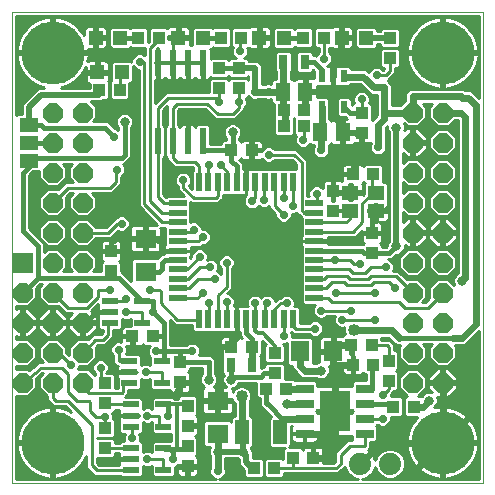
<source format=gbr>
G75*
%MOIN*%
%OFA0B0*%
%FSLAX24Y24*%
%IPPOS*%
%LPD*%
%AMOC8*
5,1,8,0,0,1.08239X$1,22.5*
%
%ADD10C,0.0010*%
%ADD11R,0.0591X0.0197*%
%ADD12R,0.0197X0.0591*%
%ADD13R,0.0394X0.0433*%
%ADD14R,0.0433X0.0394*%
%ADD15R,0.0512X0.0591*%
%ADD16R,0.0236X0.0866*%
%ADD17R,0.0709X0.0630*%
%ADD18R,0.0660X0.0660*%
%ADD19OC8,0.0660*%
%ADD20R,0.0315X0.0472*%
%ADD21R,0.0472X0.0472*%
%ADD22C,0.2100*%
%ADD23R,0.0630X0.0460*%
%ADD24R,0.0240X0.0390*%
%ADD25R,0.0593X0.0316*%
%ADD26R,0.1029X0.1378*%
%ADD27R,0.0630X0.0709*%
%ADD28R,0.0472X0.0787*%
%ADD29C,0.0276*%
%ADD30R,0.0551X0.0472*%
%ADD31R,0.0520X0.0220*%
%ADD32C,0.0740*%
%ADD33C,0.0280*%
%ADD34C,0.0100*%
%ADD35C,0.0240*%
%ADD36C,0.0160*%
%ADD37C,0.0400*%
%ADD38C,0.0320*%
%ADD39C,0.0200*%
%ADD40C,0.0120*%
%ADD41C,0.0480*%
D10*
X000280Y001140D02*
X000280Y016840D01*
X015980Y016840D01*
X015980Y001140D01*
X000280Y001140D01*
D11*
X005797Y007315D03*
X005797Y007630D03*
X005797Y007945D03*
X005797Y008260D03*
X005797Y008575D03*
X005797Y008890D03*
X005797Y009205D03*
X005797Y009520D03*
X005797Y009835D03*
X005797Y010150D03*
X005797Y010465D03*
X010363Y010465D03*
X010363Y010150D03*
X010363Y009835D03*
X010363Y009520D03*
X010363Y009205D03*
X010363Y008890D03*
X010363Y008575D03*
X010363Y008260D03*
X010363Y007945D03*
X010363Y007630D03*
X010363Y007315D03*
D12*
X009655Y006607D03*
X009340Y006607D03*
X009025Y006607D03*
X008710Y006607D03*
X008395Y006607D03*
X008080Y006607D03*
X007765Y006607D03*
X007450Y006607D03*
X007135Y006607D03*
X006820Y006607D03*
X006505Y006607D03*
X006505Y011173D03*
X006820Y011173D03*
X007135Y011173D03*
X007450Y011173D03*
X007765Y011173D03*
X008080Y011173D03*
X008395Y011173D03*
X008710Y011173D03*
X009025Y011173D03*
X009340Y011173D03*
X009655Y011173D03*
D13*
X010980Y010875D03*
X010980Y010205D03*
X012280Y009475D03*
X012280Y008805D03*
X012265Y005740D03*
X011595Y005740D03*
X012830Y005225D03*
X012830Y004555D03*
X012995Y003690D03*
X013665Y003690D03*
X010315Y001990D03*
X009645Y001990D03*
X009015Y001640D03*
X008345Y001640D03*
X006130Y001705D03*
X006130Y002375D03*
X006130Y003055D03*
X006130Y003725D03*
X005880Y004505D03*
X005880Y005175D03*
X003580Y008205D03*
X003580Y008875D03*
X003865Y014240D03*
X003195Y014240D03*
X004495Y015990D03*
X005165Y015990D03*
X007245Y015990D03*
X007915Y015990D03*
X009995Y015990D03*
X010665Y015990D03*
X010015Y013040D03*
X009345Y013040D03*
D14*
X009345Y013590D03*
X010015Y013590D03*
X008265Y012240D03*
X007595Y012240D03*
X007830Y014305D03*
X007830Y014975D03*
X007180Y014975D03*
X007180Y014305D03*
X011645Y011440D03*
X012315Y011440D03*
X011930Y012805D03*
X011930Y013475D03*
X012880Y015305D03*
X012880Y015975D03*
X004965Y006040D03*
X004295Y006040D03*
X003380Y004475D03*
X003380Y003805D03*
X003380Y002975D03*
X003380Y002305D03*
X007595Y005690D03*
X008265Y005690D03*
X009030Y005475D03*
X009030Y004805D03*
X008745Y004290D03*
X009415Y004290D03*
X011645Y005090D03*
X012315Y005090D03*
D15*
X011304Y012840D03*
X010556Y012840D03*
X010054Y014190D03*
X009306Y014190D03*
D16*
X006630Y015151D03*
X006130Y015151D03*
X005630Y015151D03*
X005130Y015151D03*
X005130Y012529D03*
X005630Y012529D03*
X006130Y012529D03*
X006630Y012529D03*
D17*
X004730Y009291D03*
X004730Y008189D03*
X007130Y003891D03*
X007130Y002789D03*
D18*
X000630Y008490D03*
D19*
X000630Y007490D03*
X000630Y006490D03*
X000630Y005490D03*
X000630Y004490D03*
X001630Y004490D03*
X001630Y005490D03*
X001630Y006490D03*
X001630Y007490D03*
X001630Y008490D03*
X001630Y009490D03*
X001630Y010490D03*
X001630Y011490D03*
X001630Y012490D03*
X001630Y013490D03*
X002630Y013490D03*
X002630Y012490D03*
X002630Y011490D03*
X002630Y010490D03*
X002630Y009490D03*
X002630Y008490D03*
X002630Y007490D03*
X002630Y006490D03*
X002630Y005490D03*
X002630Y004490D03*
X013630Y004490D03*
X013630Y005490D03*
X013630Y006490D03*
X013630Y007490D03*
X013630Y008490D03*
X013630Y009490D03*
X013630Y010490D03*
X013630Y011490D03*
X013630Y012490D03*
X013630Y013490D03*
X014630Y013490D03*
X014630Y012490D03*
X014630Y011490D03*
X014630Y010490D03*
X014630Y009490D03*
X014630Y008490D03*
X014630Y007490D03*
X014630Y006490D03*
X014630Y005490D03*
X014630Y004490D03*
D20*
X008284Y005090D03*
X007576Y005090D03*
X009326Y015190D03*
X010034Y015190D03*
D21*
X009343Y015990D03*
X008517Y015990D03*
X006643Y015990D03*
X005817Y015990D03*
X003893Y015990D03*
X003943Y014840D03*
X003117Y014840D03*
X003067Y015990D03*
X011267Y015990D03*
X012093Y015990D03*
D22*
X014630Y015490D03*
X014630Y002490D03*
X001630Y002490D03*
X001630Y015490D03*
D23*
X000830Y013090D03*
X000830Y012490D03*
X000830Y011890D03*
D24*
X010610Y013675D03*
X011350Y013675D03*
X011350Y014705D03*
X010980Y014705D03*
X010610Y014705D03*
D25*
X010030Y004290D03*
X010030Y003790D03*
X010030Y003290D03*
X010030Y002790D03*
X012030Y002790D03*
X012030Y003290D03*
X012030Y003790D03*
X012030Y004290D03*
D26*
X011030Y003540D03*
D27*
X010981Y005540D03*
X009879Y005540D03*
D28*
X009210Y002840D03*
X007950Y002840D03*
D29*
X007130Y001540D03*
X008380Y014190D03*
D30*
X011547Y010816D03*
X011547Y010225D03*
X012413Y010225D03*
X012413Y010816D03*
D31*
X005270Y005210D03*
X005270Y004470D03*
X005320Y003760D03*
X005320Y003020D03*
X005320Y002310D03*
X005320Y001570D03*
X004240Y001570D03*
X004240Y001940D03*
X004240Y002310D03*
X004240Y003020D03*
X004240Y003390D03*
X004240Y003760D03*
X004190Y004470D03*
X004190Y004840D03*
X004190Y005210D03*
X004620Y006470D03*
X004620Y007210D03*
X003540Y007210D03*
X003540Y006840D03*
X003540Y006470D03*
D32*
X011880Y001790D03*
X012880Y001790D03*
D33*
X013580Y001390D03*
X012630Y003290D03*
X012630Y004090D03*
X011030Y003990D03*
X011030Y003540D03*
X011030Y003040D03*
X010830Y002340D03*
X011280Y001390D03*
X011030Y004490D03*
X011030Y004790D03*
X010380Y006290D03*
X010580Y006890D03*
X011080Y007490D03*
X011580Y006890D03*
X011280Y006590D03*
X012380Y006590D03*
X012380Y007490D03*
X013030Y007640D03*
X012730Y008340D03*
X011880Y008440D03*
X011030Y008590D03*
X009730Y008190D03*
X009430Y007140D03*
X008780Y007140D03*
X008380Y007140D03*
X007930Y007390D03*
X007430Y007190D03*
X006830Y007140D03*
X006630Y007490D03*
X007030Y007940D03*
X006880Y008340D03*
X006530Y008690D03*
X006630Y009340D03*
X006330Y009590D03*
X006980Y010240D03*
X005980Y011240D03*
X005530Y010890D03*
X004380Y010940D03*
X003730Y010340D03*
X003930Y009790D03*
X003780Y011590D03*
X003680Y012690D03*
X004380Y013790D03*
X005230Y014390D03*
X004530Y015190D03*
X003080Y015390D03*
X006130Y014390D03*
X007180Y013840D03*
X007830Y013840D03*
X008830Y014190D03*
X007880Y015540D03*
X008530Y016490D03*
X010630Y014190D03*
X010980Y014190D03*
X011330Y014190D03*
X011930Y013940D03*
X012430Y014740D03*
X011280Y013240D03*
X010580Y012240D03*
X009980Y012590D03*
X008830Y012090D03*
X009330Y010640D03*
X009630Y010390D03*
X009330Y010090D03*
X008680Y010590D03*
X008280Y010540D03*
X007230Y011740D03*
X006830Y011740D03*
X007430Y008490D03*
X009340Y006050D03*
X007230Y004440D03*
X007480Y003340D03*
X007630Y001740D03*
X005630Y001940D03*
X004780Y001940D03*
X004780Y002390D03*
X004280Y002640D03*
X003830Y002590D03*
X003730Y001890D03*
X003330Y001840D03*
X002580Y001540D03*
X003380Y003340D03*
X003780Y003390D03*
X004780Y003390D03*
X004730Y003990D03*
X005480Y003390D03*
X004730Y004840D03*
X005080Y005540D03*
X006280Y005540D03*
X004980Y006840D03*
X004880Y007590D03*
X004080Y007290D03*
X004080Y006840D03*
X003780Y006040D03*
X003830Y005590D03*
X003680Y004890D03*
X003230Y004990D03*
X002230Y005090D03*
X003030Y006840D03*
X003530Y007590D03*
X002130Y009990D03*
X001030Y010890D03*
X009780Y009390D03*
X010430Y010790D03*
X011930Y011940D03*
X012480Y012340D03*
X013630Y014590D03*
X013630Y016490D03*
X011230Y016490D03*
X010680Y015290D03*
X012713Y009490D03*
X015630Y003490D03*
D34*
X015845Y003475D02*
X015318Y003475D01*
X015325Y003470D02*
X015211Y003542D01*
X015090Y003600D01*
X014963Y003645D01*
X014831Y003675D01*
X014697Y003690D01*
X014680Y003690D01*
X014680Y002540D01*
X015830Y002540D01*
X015830Y002557D01*
X015815Y002691D01*
X015785Y002823D01*
X015740Y002950D01*
X015682Y003071D01*
X015610Y003185D01*
X015526Y003291D01*
X015431Y003386D01*
X015325Y003470D01*
X015441Y003377D02*
X015845Y003377D01*
X015845Y003278D02*
X015536Y003278D01*
X015614Y003180D02*
X015845Y003180D01*
X015845Y003081D02*
X015676Y003081D01*
X015725Y002983D02*
X015845Y002983D01*
X015845Y002884D02*
X015763Y002884D01*
X015793Y002786D02*
X015845Y002786D01*
X015845Y002687D02*
X015815Y002687D01*
X015826Y002589D02*
X015845Y002589D01*
X015845Y002490D02*
X014680Y002490D01*
X014680Y002440D02*
X014680Y002540D01*
X014580Y002540D01*
X014580Y003690D01*
X014563Y003690D01*
X014429Y003675D01*
X014359Y003659D01*
X014426Y003726D01*
X014470Y003832D01*
X014470Y003948D01*
X014444Y004010D01*
X014580Y004010D01*
X014580Y004440D01*
X014150Y004440D01*
X014150Y004291D01*
X014278Y004163D01*
X014238Y004180D01*
X014122Y004180D01*
X014016Y004136D01*
X013934Y004054D01*
X013923Y004028D01*
X013915Y004037D01*
X013827Y004037D01*
X014090Y004299D01*
X014090Y004681D01*
X013821Y004950D01*
X013439Y004950D01*
X013170Y004681D01*
X013170Y004299D01*
X013433Y004037D01*
X013414Y004037D01*
X013338Y003960D01*
X013338Y003420D01*
X013414Y003343D01*
X013786Y003343D01*
X013734Y003291D01*
X013650Y003185D01*
X013578Y003071D01*
X013520Y002950D01*
X013475Y002823D01*
X013445Y002691D01*
X013430Y002557D01*
X013430Y002540D01*
X014580Y002540D01*
X014580Y002440D01*
X014680Y002440D01*
X015830Y002440D01*
X015830Y002423D01*
X015815Y002289D01*
X015785Y002157D01*
X015740Y002030D01*
X015682Y001909D01*
X015610Y001794D01*
X015526Y001689D01*
X015431Y001594D01*
X015325Y001510D01*
X015211Y001438D01*
X015090Y001380D01*
X014963Y001335D01*
X014831Y001305D01*
X014697Y001290D01*
X014680Y001290D01*
X014680Y002440D01*
X014680Y002391D02*
X014580Y002391D01*
X014580Y002440D02*
X014580Y001290D01*
X014563Y001290D01*
X014429Y001305D01*
X014297Y001335D01*
X014170Y001380D01*
X014049Y001438D01*
X013934Y001510D01*
X013829Y001594D01*
X013734Y001689D01*
X013650Y001794D01*
X013578Y001909D01*
X013520Y002030D01*
X013475Y002157D01*
X013445Y002289D01*
X013430Y002423D01*
X013430Y002440D01*
X014580Y002440D01*
X014580Y002490D02*
X012210Y002490D01*
X012210Y002502D02*
X012380Y002502D01*
X012456Y002578D01*
X012456Y003002D01*
X012418Y003040D01*
X012456Y003078D01*
X012456Y003082D01*
X012477Y003061D01*
X012576Y003020D01*
X012684Y003020D01*
X012783Y003061D01*
X012859Y003137D01*
X012900Y003236D01*
X012900Y003343D01*
X013246Y003343D01*
X013322Y003420D01*
X013322Y003960D01*
X013246Y004037D01*
X012900Y004037D01*
X012900Y004105D01*
X013003Y004209D01*
X013081Y004209D01*
X013157Y004285D01*
X013157Y004826D01*
X013093Y004890D01*
X013157Y004954D01*
X013157Y005495D01*
X013081Y005571D01*
X013010Y005571D01*
X013010Y005765D01*
X012905Y005870D01*
X012855Y005920D01*
X012591Y005920D01*
X012591Y005990D01*
X012826Y005990D01*
X013038Y005778D01*
X013130Y005740D01*
X013229Y005740D01*
X013170Y005681D01*
X013170Y005299D01*
X013439Y005030D01*
X013821Y005030D01*
X014090Y005299D01*
X014090Y005681D01*
X013991Y005780D01*
X014269Y005780D01*
X014170Y005681D01*
X014170Y005299D01*
X014439Y005030D01*
X014821Y005030D01*
X015090Y005299D01*
X015090Y005681D01*
X015031Y005740D01*
X015330Y005740D01*
X015422Y005778D01*
X015845Y006201D01*
X015845Y001275D01*
X011952Y001275D01*
X012002Y001283D01*
X012080Y001308D01*
X012153Y001345D01*
X012219Y001393D01*
X012277Y001451D01*
X012325Y001517D01*
X012362Y001590D01*
X012387Y001668D01*
X012388Y001672D01*
X012456Y001507D01*
X012597Y001366D01*
X012781Y001290D01*
X012979Y001290D01*
X013163Y001366D01*
X013304Y001507D01*
X013380Y001691D01*
X013380Y001889D01*
X013304Y002073D01*
X013163Y002214D01*
X012979Y002290D01*
X012781Y002290D01*
X012597Y002214D01*
X012456Y002073D01*
X012388Y001908D01*
X012387Y001912D01*
X012362Y001990D01*
X012325Y002063D01*
X012277Y002129D01*
X012219Y002187D01*
X012153Y002235D01*
X012137Y002243D01*
X012210Y002315D01*
X012210Y002502D01*
X012210Y002391D02*
X013434Y002391D01*
X013445Y002293D02*
X012188Y002293D01*
X012208Y002194D02*
X012577Y002194D01*
X012479Y002096D02*
X012300Y002096D01*
X012358Y001997D02*
X012425Y001997D01*
X012416Y001603D02*
X012366Y001603D01*
X012316Y001505D02*
X012458Y001505D01*
X012556Y001406D02*
X012232Y001406D01*
X012079Y001308D02*
X012737Y001308D01*
X013023Y001308D02*
X014416Y001308D01*
X014580Y001308D02*
X014680Y001308D01*
X014680Y001406D02*
X014580Y001406D01*
X014580Y001505D02*
X014680Y001505D01*
X014680Y001603D02*
X014580Y001603D01*
X014580Y001702D02*
X014680Y001702D01*
X014680Y001800D02*
X014580Y001800D01*
X014580Y001899D02*
X014680Y001899D01*
X014680Y001997D02*
X014580Y001997D01*
X014580Y002096D02*
X014680Y002096D01*
X014680Y002194D02*
X014580Y002194D01*
X014580Y002293D02*
X014680Y002293D01*
X014680Y002589D02*
X014580Y002589D01*
X014580Y002687D02*
X014680Y002687D01*
X014680Y002786D02*
X014580Y002786D01*
X014580Y002884D02*
X014680Y002884D01*
X014680Y002983D02*
X014580Y002983D01*
X014580Y003081D02*
X014680Y003081D01*
X014680Y003180D02*
X014580Y003180D01*
X014580Y003278D02*
X014680Y003278D01*
X014680Y003377D02*
X014580Y003377D01*
X014580Y003475D02*
X014680Y003475D01*
X014680Y003574D02*
X014580Y003574D01*
X014580Y003672D02*
X014680Y003672D01*
X014844Y003672D02*
X015845Y003672D01*
X015845Y003574D02*
X015146Y003574D01*
X014829Y004010D02*
X014680Y004010D01*
X014680Y004440D01*
X014680Y004540D01*
X014580Y004540D01*
X014580Y004970D01*
X014431Y004970D01*
X014150Y004689D01*
X014150Y004540D01*
X014580Y004540D01*
X014580Y004440D01*
X014680Y004440D01*
X015110Y004440D01*
X015110Y004291D01*
X014829Y004010D01*
X014885Y004066D02*
X015845Y004066D01*
X015845Y003968D02*
X014462Y003968D01*
X014470Y003869D02*
X015845Y003869D01*
X015845Y003771D02*
X014444Y003771D01*
X014416Y003672D02*
X014372Y003672D01*
X014580Y004066D02*
X014680Y004066D01*
X014680Y004165D02*
X014580Y004165D01*
X014580Y004263D02*
X014680Y004263D01*
X014680Y004362D02*
X014580Y004362D01*
X014580Y004460D02*
X014090Y004460D01*
X014090Y004362D02*
X014150Y004362D01*
X014178Y004263D02*
X014054Y004263D01*
X014085Y004165D02*
X013955Y004165D01*
X013946Y004066D02*
X013857Y004066D01*
X014090Y004559D02*
X014150Y004559D01*
X014150Y004657D02*
X014090Y004657D01*
X014015Y004756D02*
X014217Y004756D01*
X014315Y004854D02*
X013917Y004854D01*
X013842Y005051D02*
X014418Y005051D01*
X014414Y004953D02*
X013155Y004953D01*
X013157Y005051D02*
X013418Y005051D01*
X013320Y005150D02*
X013157Y005150D01*
X013157Y005248D02*
X013221Y005248D01*
X013170Y005347D02*
X013157Y005347D01*
X013157Y005445D02*
X013170Y005445D01*
X013170Y005544D02*
X013108Y005544D01*
X013170Y005642D02*
X013010Y005642D01*
X013010Y005741D02*
X013129Y005741D01*
X012977Y005839D02*
X012936Y005839D01*
X012879Y005938D02*
X012591Y005938D01*
X012780Y005740D02*
X012265Y005740D01*
X011694Y005373D02*
X011694Y005138D01*
X011597Y005138D01*
X011597Y005437D01*
X011547Y005437D01*
X011547Y005692D01*
X011644Y005692D01*
X011644Y005373D01*
X011694Y005373D01*
X011694Y005347D02*
X011597Y005347D01*
X011597Y005248D02*
X011694Y005248D01*
X011694Y005150D02*
X011597Y005150D01*
X011597Y005042D02*
X011694Y005042D01*
X011694Y004743D01*
X011882Y004743D01*
X011920Y004753D01*
X011954Y004773D01*
X011982Y004801D01*
X011991Y004817D01*
X012044Y004763D01*
X012070Y004763D01*
X012070Y004578D01*
X011680Y004578D01*
X011604Y004502D01*
X011604Y004368D01*
X011602Y004369D01*
X011564Y004379D01*
X011080Y004379D01*
X011080Y003590D01*
X011604Y003590D01*
X011604Y003578D01*
X011642Y003540D01*
X011604Y003502D01*
X011604Y003490D01*
X011080Y003490D01*
X011080Y003590D01*
X010980Y003590D01*
X010980Y004379D01*
X010496Y004379D01*
X010458Y004369D01*
X010456Y004368D01*
X010456Y004502D01*
X010380Y004578D01*
X009724Y004578D01*
X009685Y004617D01*
X009377Y004617D01*
X009377Y005056D01*
X009300Y005132D01*
X008760Y005132D01*
X008683Y005056D01*
X008683Y005015D01*
X008608Y005015D01*
X008572Y004979D01*
X008572Y005380D01*
X008562Y005390D01*
X008611Y005439D01*
X008611Y005890D01*
X008730Y005772D01*
X008683Y005725D01*
X008683Y005224D01*
X008760Y005148D01*
X009300Y005148D01*
X009377Y005224D01*
X009377Y005725D01*
X009322Y005780D01*
X009394Y005780D01*
X009434Y005797D01*
X009434Y005132D01*
X009510Y005056D01*
X009629Y005056D01*
X009629Y004991D01*
X009667Y004900D01*
X009737Y004829D01*
X009888Y004678D01*
X009980Y004640D01*
X010426Y004640D01*
X010522Y004600D01*
X010638Y004600D01*
X010744Y004644D01*
X010826Y004726D01*
X010870Y004832D01*
X010870Y004948D01*
X010834Y005036D01*
X010931Y005036D01*
X010931Y005490D01*
X010516Y005490D01*
X010516Y005177D01*
X010426Y005140D01*
X010324Y005140D01*
X010324Y005948D01*
X010248Y006024D01*
X009610Y006024D01*
X009610Y006104D01*
X009578Y006181D01*
X009584Y006181D01*
X009655Y006110D01*
X010178Y006110D01*
X010227Y006061D01*
X010326Y006020D01*
X010434Y006020D01*
X010533Y006061D01*
X010609Y006137D01*
X010650Y006236D01*
X010650Y006344D01*
X010609Y006443D01*
X010533Y006519D01*
X010434Y006560D01*
X010326Y006560D01*
X010227Y006519D01*
X010178Y006470D01*
X009883Y006470D01*
X009883Y006956D01*
X009807Y007032D01*
X009677Y007032D01*
X009700Y007086D01*
X009700Y007194D01*
X009659Y007293D01*
X009583Y007369D01*
X009484Y007410D01*
X009376Y007410D01*
X009277Y007369D01*
X009228Y007320D01*
X009155Y007320D01*
X009050Y007215D01*
X009044Y007208D01*
X009009Y007293D01*
X008933Y007369D01*
X008834Y007410D01*
X008726Y007410D01*
X008627Y007369D01*
X008580Y007322D01*
X008533Y007369D01*
X008434Y007410D01*
X008326Y007410D01*
X008227Y007369D01*
X008151Y007293D01*
X008110Y007194D01*
X008110Y007086D01*
X008133Y007032D01*
X007938Y007032D01*
X007921Y007042D01*
X007883Y007052D01*
X007765Y007052D01*
X007665Y007052D01*
X007700Y007136D01*
X007700Y007244D01*
X007659Y007343D01*
X007583Y007419D01*
X007484Y007460D01*
X007455Y007460D01*
X007505Y007510D01*
X007610Y007615D01*
X007610Y008288D01*
X007659Y008337D01*
X007700Y008436D01*
X007700Y008544D01*
X007659Y008643D01*
X007583Y008719D01*
X007484Y008760D01*
X007376Y008760D01*
X007277Y008719D01*
X007201Y008643D01*
X007160Y008544D01*
X007160Y008436D01*
X007201Y008337D01*
X007250Y008288D01*
X007250Y008102D01*
X007183Y008169D01*
X007113Y008198D01*
X007150Y008286D01*
X007150Y008394D01*
X007109Y008493D01*
X007033Y008569D01*
X006934Y008610D01*
X006826Y008610D01*
X006781Y008591D01*
X006800Y008636D01*
X006800Y008744D01*
X006759Y008843D01*
X006683Y008919D01*
X006584Y008960D01*
X006476Y008960D01*
X006377Y008919D01*
X006301Y008843D01*
X006260Y008744D01*
X006260Y008675D01*
X006222Y008636D01*
X006222Y008717D01*
X006232Y008734D01*
X006242Y008772D01*
X006242Y008890D01*
X006242Y009008D01*
X006237Y009025D01*
X006570Y009025D01*
X006615Y009070D01*
X006684Y009070D01*
X006783Y009111D01*
X006859Y009187D01*
X006900Y009286D01*
X006900Y009394D01*
X006859Y009493D01*
X006783Y009569D01*
X006684Y009610D01*
X006600Y009610D01*
X006600Y009644D01*
X006559Y009743D01*
X006483Y009819D01*
X006384Y009860D01*
X006276Y009860D01*
X006222Y009837D01*
X006222Y009987D01*
X006217Y009992D01*
X006222Y009998D01*
X006222Y010302D01*
X006217Y010307D01*
X006222Y010313D01*
X006222Y010494D01*
X006255Y010460D01*
X007155Y010460D01*
X007260Y010565D01*
X007315Y010621D01*
X007315Y010748D01*
X007602Y010748D01*
X007608Y010753D01*
X007613Y010748D01*
X007907Y010748D01*
X007924Y010738D01*
X007962Y010728D01*
X008080Y010728D01*
X008086Y010728D01*
X008051Y010693D01*
X008010Y010594D01*
X008010Y010486D01*
X008051Y010387D01*
X008127Y010311D01*
X008226Y010270D01*
X008334Y010270D01*
X008433Y010311D01*
X008505Y010383D01*
X008527Y010361D01*
X008626Y010320D01*
X008734Y010320D01*
X008833Y010361D01*
X008850Y010378D01*
X008850Y010315D01*
X009060Y010105D01*
X009060Y010036D01*
X009101Y009937D01*
X009177Y009861D01*
X009276Y009820D01*
X009384Y009820D01*
X009483Y009861D01*
X009559Y009937D01*
X009600Y010036D01*
X009600Y010120D01*
X009684Y010120D01*
X009763Y010153D01*
X009855Y010060D01*
X009938Y009977D01*
X009938Y009683D01*
X009943Y009677D01*
X009938Y009672D01*
X009938Y009378D01*
X009928Y009361D01*
X009918Y009323D01*
X009918Y009205D01*
X010363Y009205D01*
X009918Y009205D01*
X009918Y009087D01*
X009928Y009049D01*
X009938Y009032D01*
X009938Y008738D01*
X009943Y008733D01*
X009938Y008727D01*
X009938Y008423D01*
X009943Y008418D01*
X009938Y008412D01*
X009938Y008108D01*
X009943Y008103D01*
X009938Y008097D01*
X009938Y007793D01*
X009943Y007788D01*
X009938Y007782D01*
X009938Y007478D01*
X009943Y007473D01*
X009938Y007467D01*
X009938Y007163D01*
X010014Y007087D01*
X010395Y007087D01*
X010351Y007043D01*
X010310Y006944D01*
X010310Y006836D01*
X010351Y006737D01*
X010427Y006661D01*
X010526Y006620D01*
X010634Y006620D01*
X010733Y006661D01*
X010782Y006710D01*
X011037Y006710D01*
X011010Y006644D01*
X011010Y006536D01*
X011051Y006437D01*
X011127Y006361D01*
X011226Y006320D01*
X011334Y006320D01*
X011361Y006331D01*
X011350Y006306D01*
X011350Y006174D01*
X011378Y006106D01*
X011341Y006096D01*
X011306Y006077D01*
X011278Y006049D01*
X011276Y006044D01*
X011031Y006044D01*
X011031Y005590D01*
X010931Y005590D01*
X010931Y005490D01*
X011031Y005490D01*
X011031Y005036D01*
X011279Y005036D01*
X011279Y004873D01*
X011289Y004835D01*
X011309Y004801D01*
X011337Y004773D01*
X011371Y004753D01*
X011409Y004743D01*
X011597Y004743D01*
X011597Y005042D01*
X011597Y004953D02*
X011694Y004953D01*
X011694Y004854D02*
X011597Y004854D01*
X011597Y004756D02*
X011694Y004756D01*
X011661Y004559D02*
X010399Y004559D01*
X010456Y004460D02*
X011604Y004460D01*
X011367Y004756D02*
X010838Y004756D01*
X010870Y004854D02*
X011284Y004854D01*
X011279Y004953D02*
X010868Y004953D01*
X010931Y005051D02*
X011031Y005051D01*
X011031Y005150D02*
X010931Y005150D01*
X010931Y005248D02*
X011031Y005248D01*
X011031Y005347D02*
X010931Y005347D01*
X010931Y005445D02*
X011031Y005445D01*
X010931Y005544D02*
X010324Y005544D01*
X010324Y005642D02*
X010516Y005642D01*
X010516Y005590D02*
X010931Y005590D01*
X010931Y006044D01*
X010646Y006044D01*
X010608Y006034D01*
X010574Y006014D01*
X010546Y005986D01*
X010526Y005952D01*
X010516Y005914D01*
X010516Y005590D01*
X010516Y005445D02*
X010324Y005445D01*
X010324Y005347D02*
X010516Y005347D01*
X010516Y005248D02*
X010324Y005248D01*
X010324Y005150D02*
X010449Y005150D01*
X010757Y004657D02*
X012070Y004657D01*
X012070Y004756D02*
X011923Y004756D01*
X011644Y005445D02*
X011547Y005445D01*
X011547Y005544D02*
X011644Y005544D01*
X011644Y005642D02*
X011547Y005642D01*
X011367Y006135D02*
X010606Y006135D01*
X010615Y006036D02*
X010472Y006036D01*
X010523Y005938D02*
X010324Y005938D01*
X010324Y005839D02*
X010516Y005839D01*
X010516Y005741D02*
X010324Y005741D01*
X010288Y006036D02*
X009610Y006036D01*
X009597Y006135D02*
X009631Y006135D01*
X009730Y006290D02*
X009655Y006365D01*
X009655Y006607D01*
X009730Y006290D02*
X010380Y006290D01*
X010250Y006529D02*
X009883Y006529D01*
X009883Y006627D02*
X010509Y006627D01*
X010510Y006529D02*
X011013Y006529D01*
X011010Y006627D02*
X010651Y006627D01*
X010614Y006430D02*
X011058Y006430D01*
X011199Y006332D02*
X010650Y006332D01*
X010649Y006233D02*
X011350Y006233D01*
X011280Y006590D02*
X012380Y006590D01*
X012780Y005740D02*
X012830Y005690D01*
X012830Y005225D01*
X013129Y004854D02*
X013343Y004854D01*
X013245Y004756D02*
X013157Y004756D01*
X013157Y004657D02*
X013170Y004657D01*
X013157Y004559D02*
X013170Y004559D01*
X013157Y004460D02*
X013170Y004460D01*
X013157Y004362D02*
X013170Y004362D01*
X013135Y004263D02*
X013206Y004263D01*
X013305Y004165D02*
X012959Y004165D01*
X012900Y004066D02*
X013403Y004066D01*
X013345Y003968D02*
X013315Y003968D01*
X013322Y003869D02*
X013338Y003869D01*
X013338Y003771D02*
X013322Y003771D01*
X013322Y003672D02*
X013338Y003672D01*
X013338Y003574D02*
X013322Y003574D01*
X013322Y003475D02*
X013338Y003475D01*
X013381Y003377D02*
X013279Y003377D01*
X013584Y003081D02*
X012803Y003081D01*
X012876Y003180D02*
X013646Y003180D01*
X013724Y003278D02*
X012900Y003278D01*
X012630Y003290D02*
X012030Y003290D01*
X012456Y003081D02*
X012457Y003081D01*
X012456Y002983D02*
X013535Y002983D01*
X013497Y002884D02*
X012456Y002884D01*
X012456Y002786D02*
X013467Y002786D01*
X013445Y002687D02*
X012456Y002687D01*
X012456Y002589D02*
X013434Y002589D01*
X013467Y002194D02*
X013183Y002194D01*
X013281Y002096D02*
X013497Y002096D01*
X013535Y001997D02*
X013335Y001997D01*
X013376Y001899D02*
X013584Y001899D01*
X013646Y001800D02*
X013380Y001800D01*
X013380Y001702D02*
X013724Y001702D01*
X013819Y001603D02*
X013344Y001603D01*
X013302Y001505D02*
X013942Y001505D01*
X014114Y001406D02*
X013204Y001406D01*
X012030Y002390D02*
X011530Y002390D01*
X011230Y002090D01*
X011230Y001790D01*
X011080Y001640D01*
X009645Y001640D01*
X009645Y001990D01*
X009645Y001640D02*
X009015Y001640D01*
X008688Y001910D02*
X008764Y001987D01*
X009265Y001987D01*
X009319Y001933D01*
X009319Y002260D01*
X009374Y002316D01*
X008920Y002316D01*
X008844Y002392D01*
X008844Y003288D01*
X008915Y003358D01*
X008620Y003653D01*
X008535Y003738D01*
X008535Y003963D01*
X008475Y003963D01*
X008399Y004039D01*
X008399Y004480D01*
X007848Y004480D01*
X007826Y004426D01*
X007744Y004344D01*
X007638Y004300D01*
X007603Y004300D01*
X007604Y004298D01*
X007624Y004264D01*
X007634Y004226D01*
X007634Y004189D01*
X007650Y004227D01*
X007743Y004320D01*
X007864Y004370D01*
X007996Y004370D01*
X008117Y004320D01*
X008210Y004227D01*
X008260Y004106D01*
X008260Y003974D01*
X008210Y003853D01*
X008200Y003843D01*
X008200Y003364D01*
X008240Y003364D01*
X008316Y003288D01*
X008316Y002392D01*
X008241Y002317D01*
X008270Y002248D01*
X008270Y002225D01*
X008310Y002185D01*
X008310Y001987D01*
X008596Y001987D01*
X008672Y001910D01*
X008672Y001370D01*
X008596Y001293D01*
X008095Y001293D01*
X008019Y001370D01*
X008019Y001576D01*
X007985Y001610D01*
X007850Y001745D01*
X007850Y001930D01*
X007816Y001944D01*
X007800Y001960D01*
X007380Y001960D01*
X007380Y001636D01*
X007398Y001593D01*
X007398Y001487D01*
X007357Y001388D01*
X007282Y001313D01*
X007190Y001275D01*
X011808Y001275D01*
X011758Y001283D01*
X011680Y001308D01*
X011607Y001345D01*
X011541Y001393D01*
X011483Y001451D01*
X011435Y001517D01*
X011398Y001590D01*
X011373Y001668D01*
X011371Y001677D01*
X011260Y001565D01*
X011260Y001565D01*
X011155Y001460D01*
X009341Y001460D01*
X009341Y001370D01*
X009265Y001293D01*
X008764Y001293D01*
X008688Y001370D01*
X008688Y001910D01*
X008688Y001899D02*
X008672Y001899D01*
X008672Y001800D02*
X008688Y001800D01*
X008688Y001702D02*
X008672Y001702D01*
X008672Y001603D02*
X008688Y001603D01*
X008688Y001505D02*
X008672Y001505D01*
X008672Y001406D02*
X008688Y001406D01*
X008749Y001308D02*
X008611Y001308D01*
X008310Y001997D02*
X009319Y001997D01*
X009319Y002096D02*
X008310Y002096D01*
X008301Y002194D02*
X009319Y002194D01*
X009351Y002293D02*
X008251Y002293D01*
X008315Y002391D02*
X008845Y002391D01*
X008844Y002490D02*
X008316Y002490D01*
X008316Y002589D02*
X008844Y002589D01*
X008844Y002687D02*
X008316Y002687D01*
X008316Y002786D02*
X008844Y002786D01*
X008844Y002884D02*
X008316Y002884D01*
X008316Y002983D02*
X008844Y002983D01*
X008844Y003081D02*
X008316Y003081D01*
X008316Y003180D02*
X008844Y003180D01*
X008844Y003278D02*
X008316Y003278D01*
X008200Y003377D02*
X008897Y003377D01*
X008798Y003475D02*
X008200Y003475D01*
X008200Y003574D02*
X008700Y003574D01*
X008601Y003672D02*
X008200Y003672D01*
X008200Y003771D02*
X008535Y003771D01*
X008535Y003869D02*
X008216Y003869D01*
X008257Y003968D02*
X008471Y003968D01*
X008399Y004066D02*
X008260Y004066D01*
X008236Y004165D02*
X008399Y004165D01*
X008399Y004263D02*
X008174Y004263D01*
X008016Y004362D02*
X008399Y004362D01*
X008399Y004460D02*
X007840Y004460D01*
X007844Y004362D02*
X007762Y004362D01*
X007686Y004263D02*
X007624Y004263D01*
X007404Y004356D02*
X007180Y004356D01*
X007180Y003941D01*
X007614Y003941D01*
X007650Y003853D01*
X007700Y003803D01*
X007700Y003364D01*
X007660Y003364D01*
X007584Y003288D01*
X007584Y003188D01*
X007538Y003234D01*
X006722Y003234D01*
X006646Y003158D01*
X006646Y002420D01*
X006722Y002344D01*
X006880Y002344D01*
X006840Y002248D01*
X006840Y002132D01*
X006880Y002036D01*
X006880Y001636D01*
X006862Y001593D01*
X006862Y001487D01*
X006903Y001388D01*
X006978Y001313D01*
X007070Y001275D01*
X000415Y001275D01*
X000415Y004054D01*
X000439Y004030D01*
X000821Y004030D01*
X001090Y004299D01*
X001090Y004639D01*
X001295Y004810D01*
X001299Y004810D01*
X001170Y004681D01*
X001170Y004299D01*
X001439Y004030D01*
X001450Y004030D01*
X001450Y003915D01*
X001550Y003815D01*
X001655Y003710D01*
X002055Y003710D01*
X002244Y003521D01*
X002211Y003542D01*
X002090Y003600D01*
X001963Y003645D01*
X001831Y003675D01*
X001697Y003690D01*
X001680Y003690D01*
X001680Y002540D01*
X001580Y002540D01*
X001580Y003690D01*
X001563Y003690D01*
X001429Y003675D01*
X001297Y003645D01*
X001170Y003600D01*
X001049Y003542D01*
X000934Y003470D01*
X000829Y003386D01*
X000734Y003291D01*
X000650Y003185D01*
X000578Y003071D01*
X000520Y002950D01*
X000475Y002823D01*
X000445Y002691D01*
X000430Y002557D01*
X000430Y002540D01*
X001580Y002540D01*
X001580Y002440D01*
X001680Y002440D01*
X001680Y001290D01*
X001697Y001290D01*
X001831Y001305D01*
X001963Y001335D01*
X002090Y001380D01*
X002211Y001438D01*
X002325Y001510D01*
X002431Y001594D01*
X002526Y001689D01*
X002610Y001794D01*
X002682Y001909D01*
X002740Y002030D01*
X002750Y002057D01*
X002750Y001665D01*
X003025Y001390D01*
X003866Y001390D01*
X003926Y001330D01*
X004554Y001330D01*
X004630Y001406D01*
X004630Y001710D01*
X004726Y001670D01*
X004834Y001670D01*
X004930Y001710D01*
X004930Y001406D01*
X005006Y001330D01*
X005634Y001330D01*
X005710Y001406D01*
X005710Y001681D01*
X005783Y001711D01*
X005826Y001754D01*
X006082Y001754D01*
X006082Y001657D01*
X006178Y001657D01*
X006178Y001339D01*
X006347Y001339D01*
X006385Y001349D01*
X006419Y001369D01*
X006447Y001397D01*
X006467Y001431D01*
X006477Y001469D01*
X006477Y001657D01*
X006178Y001657D01*
X006178Y001754D01*
X006477Y001754D01*
X006477Y001942D01*
X006467Y001980D01*
X006447Y002014D01*
X006419Y002042D01*
X006403Y002051D01*
X006457Y002104D01*
X006457Y002645D01*
X006396Y002706D01*
X006419Y002719D01*
X006447Y002747D01*
X006467Y002781D01*
X006477Y002819D01*
X006477Y003007D01*
X006178Y003007D01*
X006178Y003104D01*
X006477Y003104D01*
X006477Y003292D01*
X006467Y003330D01*
X006447Y003364D01*
X006419Y003392D01*
X006403Y003401D01*
X006457Y003454D01*
X006457Y003995D01*
X006381Y004071D01*
X005879Y004071D01*
X005803Y003995D01*
X005803Y003950D01*
X005684Y003950D01*
X005634Y004000D01*
X005006Y004000D01*
X004930Y003924D01*
X004930Y003620D01*
X004834Y003660D01*
X004726Y003660D01*
X004630Y003620D01*
X004630Y003924D01*
X004554Y004000D01*
X004045Y004000D01*
X004055Y004010D01*
X004160Y004115D01*
X004160Y004230D01*
X004504Y004230D01*
X004580Y004306D01*
X004580Y004610D01*
X004676Y004570D01*
X004784Y004570D01*
X004880Y004610D01*
X004880Y004306D01*
X004956Y004230D01*
X005544Y004230D01*
X005563Y004197D01*
X005591Y004169D01*
X005625Y004149D01*
X005663Y004139D01*
X005832Y004139D01*
X005832Y004457D01*
X005928Y004457D01*
X005928Y004139D01*
X006097Y004139D01*
X006135Y004149D01*
X006169Y004169D01*
X006197Y004197D01*
X006217Y004231D01*
X006227Y004269D01*
X006227Y004457D01*
X005928Y004457D01*
X005928Y004554D01*
X006227Y004554D01*
X006227Y004742D01*
X006217Y004780D01*
X006197Y004814D01*
X006169Y004842D01*
X006153Y004851D01*
X006207Y004904D01*
X006207Y004980D01*
X006620Y004980D01*
X006620Y004790D01*
X006584Y004754D01*
X006540Y004648D01*
X006540Y004532D01*
X006584Y004426D01*
X006666Y004344D01*
X006694Y004332D01*
X006684Y004326D01*
X006656Y004298D01*
X006636Y004264D01*
X006626Y004226D01*
X006626Y003941D01*
X007080Y003941D01*
X007080Y003841D01*
X007180Y003841D01*
X007180Y003426D01*
X007504Y003426D01*
X007542Y003436D01*
X007576Y003456D01*
X007604Y003484D01*
X007624Y003518D01*
X007634Y003556D01*
X007634Y003841D01*
X007180Y003841D01*
X007180Y003941D01*
X007080Y003941D01*
X007080Y004356D01*
X007006Y004356D01*
X007076Y004426D01*
X007120Y004532D01*
X007120Y004648D01*
X007076Y004754D01*
X007040Y004790D01*
X007040Y005277D01*
X006917Y005400D01*
X006514Y005400D01*
X006550Y005486D01*
X006550Y005594D01*
X006509Y005693D01*
X006433Y005769D01*
X006334Y005810D01*
X006226Y005810D01*
X006127Y005769D01*
X006108Y005750D01*
X005540Y005750D01*
X005540Y006575D01*
X005705Y006410D01*
X006277Y006410D01*
X006277Y006257D01*
X006353Y006181D01*
X006657Y006181D01*
X006663Y006186D01*
X006668Y006181D01*
X006972Y006181D01*
X006978Y006186D01*
X006983Y006181D01*
X007287Y006181D01*
X007293Y006186D01*
X007298Y006181D01*
X007592Y006181D01*
X007609Y006171D01*
X007647Y006161D01*
X007765Y006161D01*
X007765Y006607D01*
X007765Y007052D01*
X007765Y006607D01*
X007765Y006607D01*
X007765Y006607D01*
X007765Y006161D01*
X007870Y006161D01*
X007870Y006053D01*
X007950Y005973D01*
X007941Y005963D01*
X007932Y005979D01*
X007904Y006007D01*
X007870Y006027D01*
X007832Y006037D01*
X007644Y006037D01*
X007644Y005738D01*
X007547Y005738D01*
X007547Y005642D01*
X006530Y005642D01*
X006550Y005544D02*
X007229Y005544D01*
X007229Y005473D02*
X007239Y005435D01*
X007259Y005401D01*
X007287Y005373D01*
X007288Y005372D01*
X007288Y004800D01*
X007334Y004754D01*
X007290Y004648D01*
X007290Y004532D01*
X007334Y004426D01*
X007404Y004356D01*
X007398Y004362D02*
X007012Y004362D01*
X007080Y004263D02*
X007180Y004263D01*
X007180Y004165D02*
X007080Y004165D01*
X007080Y004066D02*
X007180Y004066D01*
X007180Y003968D02*
X007080Y003968D01*
X007080Y003869D02*
X006457Y003869D01*
X006457Y003771D02*
X006626Y003771D01*
X006626Y003841D02*
X006626Y003556D01*
X006636Y003518D01*
X006656Y003484D01*
X006684Y003456D01*
X006718Y003436D01*
X006756Y003426D01*
X007080Y003426D01*
X007080Y003841D01*
X006626Y003841D01*
X006626Y003968D02*
X006457Y003968D01*
X006386Y004066D02*
X006626Y004066D01*
X006626Y004165D02*
X006162Y004165D01*
X006225Y004263D02*
X006636Y004263D01*
X006648Y004362D02*
X006227Y004362D01*
X006227Y004559D02*
X006540Y004559D01*
X006544Y004657D02*
X006227Y004657D01*
X006223Y004756D02*
X006585Y004756D01*
X006620Y004854D02*
X006157Y004854D01*
X006207Y004953D02*
X006620Y004953D01*
X006570Y004460D02*
X005928Y004460D01*
X005928Y004362D02*
X005832Y004362D01*
X005832Y004263D02*
X005928Y004263D01*
X005928Y004165D02*
X005832Y004165D01*
X005874Y004066D02*
X004111Y004066D01*
X004160Y004165D02*
X005598Y004165D01*
X005666Y003968D02*
X005803Y003968D01*
X005270Y004470D02*
X005270Y004840D01*
X004730Y004840D01*
X004880Y005070D02*
X004784Y005110D01*
X004676Y005110D01*
X004580Y005070D01*
X004580Y005374D01*
X004504Y005450D01*
X004064Y005450D01*
X004100Y005536D01*
X004100Y005644D01*
X004080Y005693D01*
X004247Y005693D01*
X004247Y005992D01*
X003929Y005992D01*
X003929Y005841D01*
X003884Y005860D01*
X003776Y005860D01*
X003677Y005819D01*
X003601Y005743D01*
X003560Y005644D01*
X003560Y005536D01*
X003601Y005437D01*
X003650Y005388D01*
X003650Y005135D01*
X003755Y005030D01*
X003803Y005030D01*
X003790Y005008D01*
X003780Y004970D01*
X003780Y004845D01*
X004185Y004845D01*
X004185Y004835D01*
X003780Y004835D01*
X003780Y004710D01*
X003790Y004672D01*
X003808Y004642D01*
X003800Y004634D01*
X003800Y004320D01*
X003727Y004320D01*
X003727Y004725D01*
X003650Y004801D01*
X003423Y004801D01*
X003459Y004837D01*
X003500Y004936D01*
X003500Y005044D01*
X003459Y005143D01*
X003383Y005219D01*
X003284Y005260D01*
X003176Y005260D01*
X003077Y005219D01*
X003001Y005143D01*
X002960Y005044D01*
X002960Y004936D01*
X003001Y004837D01*
X003050Y004788D01*
X003050Y004742D01*
X003039Y004731D01*
X002821Y004950D01*
X002464Y004950D01*
X002497Y005030D01*
X002821Y005030D01*
X003090Y005299D01*
X003090Y005681D01*
X003083Y005688D01*
X003135Y005740D01*
X003385Y005740D01*
X003490Y005845D01*
X003660Y006015D01*
X003660Y006230D01*
X003854Y006230D01*
X003930Y006306D01*
X003930Y006610D01*
X004026Y006570D01*
X004134Y006570D01*
X004230Y006610D01*
X004230Y006387D01*
X004059Y006387D01*
X004021Y006377D01*
X003987Y006357D01*
X003959Y006329D01*
X003939Y006295D01*
X003929Y006257D01*
X003929Y006088D01*
X004247Y006088D01*
X004247Y005992D01*
X004344Y005992D01*
X004344Y005693D01*
X004532Y005693D01*
X004570Y005703D01*
X004604Y005723D01*
X004632Y005751D01*
X004641Y005767D01*
X004694Y005713D01*
X004871Y005713D01*
X004851Y005693D01*
X004810Y005594D01*
X004810Y005486D01*
X004851Y005387D01*
X004880Y005358D01*
X004880Y005070D01*
X004880Y005150D02*
X004580Y005150D01*
X004580Y005248D02*
X004880Y005248D01*
X004880Y005347D02*
X004580Y005347D01*
X004509Y005445D02*
X004827Y005445D01*
X004810Y005544D02*
X004100Y005544D01*
X004100Y005642D02*
X004830Y005642D01*
X004667Y005741D02*
X004621Y005741D01*
X004344Y005741D02*
X004247Y005741D01*
X004247Y005839D02*
X004344Y005839D01*
X004344Y005938D02*
X004247Y005938D01*
X004247Y006036D02*
X003660Y006036D01*
X003660Y006135D02*
X003929Y006135D01*
X003929Y006233D02*
X003857Y006233D01*
X003930Y006332D02*
X003961Y006332D01*
X003930Y006430D02*
X004230Y006430D01*
X004230Y006529D02*
X003930Y006529D01*
X004080Y006840D02*
X004620Y006840D01*
X004620Y006470D01*
X003929Y005938D02*
X003582Y005938D01*
X003484Y005839D02*
X003726Y005839D01*
X003600Y005741D02*
X003385Y005741D01*
X003310Y005920D02*
X003060Y005920D01*
X002630Y005490D01*
X002940Y005150D02*
X003008Y005150D01*
X003039Y005248D02*
X003147Y005248D01*
X003090Y005347D02*
X003650Y005347D01*
X003650Y005248D02*
X003313Y005248D01*
X003452Y005150D02*
X003650Y005150D01*
X003734Y005051D02*
X003497Y005051D01*
X003500Y004953D02*
X003780Y004953D01*
X003780Y004854D02*
X003466Y004854D01*
X003696Y004756D02*
X003780Y004756D01*
X003799Y004657D02*
X003727Y004657D01*
X003727Y004559D02*
X003800Y004559D01*
X003800Y004460D02*
X003727Y004460D01*
X003727Y004362D02*
X003800Y004362D01*
X003980Y004440D02*
X003980Y004190D01*
X003930Y004140D01*
X002830Y004140D01*
X002630Y004340D01*
X002630Y004490D01*
X002917Y004854D02*
X002994Y004854D01*
X003015Y004756D02*
X003050Y004756D01*
X002960Y004953D02*
X002465Y004953D01*
X002230Y005090D02*
X001830Y005490D01*
X001630Y005490D01*
X002090Y005485D02*
X002090Y005681D01*
X001821Y005950D01*
X001439Y005950D01*
X001170Y005681D01*
X001170Y005299D01*
X001299Y005170D01*
X001238Y005170D01*
X001172Y005176D01*
X001165Y005170D01*
X001155Y005170D01*
X001108Y005123D01*
X000857Y004914D01*
X000821Y004950D01*
X000439Y004950D01*
X000415Y004926D01*
X000415Y005054D01*
X000439Y005030D01*
X000821Y005030D01*
X001090Y005299D01*
X001090Y005681D01*
X000821Y005950D01*
X000439Y005950D01*
X000415Y005926D01*
X000415Y006026D01*
X000431Y006010D01*
X000580Y006010D01*
X000580Y006440D01*
X000680Y006440D01*
X000680Y006540D01*
X000580Y006540D01*
X000580Y006970D01*
X000431Y006970D01*
X000415Y006954D01*
X000415Y007054D01*
X000439Y007030D01*
X000821Y007030D01*
X001090Y007299D01*
X001090Y007653D01*
X001217Y007780D01*
X001269Y007780D01*
X001170Y007681D01*
X001170Y007299D01*
X001439Y007030D01*
X001821Y007030D01*
X001828Y007037D01*
X001950Y006915D01*
X002055Y006810D01*
X002271Y006810D01*
X002150Y006689D01*
X002150Y006540D01*
X002580Y006540D01*
X002580Y006440D01*
X002680Y006440D01*
X002680Y006540D01*
X003110Y006540D01*
X003110Y006689D01*
X002922Y006877D01*
X003150Y007105D01*
X003150Y007046D01*
X003158Y007038D01*
X003140Y007008D01*
X003130Y006970D01*
X003130Y006845D01*
X003535Y006845D01*
X003535Y006835D01*
X003130Y006835D01*
X003130Y006710D01*
X003140Y006672D01*
X003158Y006642D01*
X003150Y006634D01*
X003150Y006306D01*
X003226Y006230D01*
X003300Y006230D01*
X003300Y006165D01*
X003235Y006100D01*
X002985Y006100D01*
X002880Y005995D01*
X002880Y005995D01*
X002828Y005943D01*
X002821Y005950D01*
X002439Y005950D01*
X002170Y005681D01*
X002170Y005405D01*
X002090Y005485D01*
X002130Y005445D02*
X002170Y005445D01*
X002170Y005544D02*
X002090Y005544D01*
X002090Y005642D02*
X002170Y005642D01*
X002230Y005741D02*
X002030Y005741D01*
X001932Y005839D02*
X002328Y005839D01*
X002427Y005938D02*
X001833Y005938D01*
X001829Y006010D02*
X002110Y006291D01*
X002110Y006440D01*
X001680Y006440D01*
X001680Y006540D01*
X001580Y006540D01*
X001580Y006970D01*
X001431Y006970D01*
X001150Y006689D01*
X001150Y006540D01*
X001580Y006540D01*
X001580Y006440D01*
X001150Y006440D01*
X001150Y006291D01*
X001431Y006010D01*
X001580Y006010D01*
X001580Y006440D01*
X001680Y006440D01*
X001680Y006010D01*
X001829Y006010D01*
X001855Y006036D02*
X002405Y006036D01*
X002431Y006010D02*
X002150Y006291D01*
X002150Y006440D01*
X002580Y006440D01*
X002580Y006010D01*
X002431Y006010D01*
X002580Y006036D02*
X002680Y006036D01*
X002680Y006010D02*
X002829Y006010D01*
X003110Y006291D01*
X003110Y006440D01*
X002680Y006440D01*
X002680Y006010D01*
X002680Y006135D02*
X002580Y006135D01*
X002580Y006233D02*
X002680Y006233D01*
X002680Y006332D02*
X002580Y006332D01*
X002580Y006430D02*
X002680Y006430D01*
X002680Y006529D02*
X003150Y006529D01*
X003150Y006627D02*
X003110Y006627D01*
X003130Y006726D02*
X003073Y006726D01*
X003130Y006824D02*
X002975Y006824D01*
X002967Y006923D02*
X003130Y006923D01*
X003148Y007021D02*
X003066Y007021D01*
X002780Y006990D02*
X003130Y007340D01*
X003130Y007590D01*
X003530Y007590D01*
X003540Y007210D02*
X004000Y007210D01*
X004080Y007290D01*
X004246Y007871D02*
X003917Y008200D01*
X003907Y008200D01*
X003907Y008476D01*
X003853Y008529D01*
X003869Y008538D01*
X003897Y008566D01*
X003917Y008600D01*
X003927Y008638D01*
X003927Y008826D01*
X003628Y008826D01*
X003628Y008923D01*
X003532Y008923D01*
X003532Y009241D01*
X003363Y009241D01*
X003325Y009231D01*
X003291Y009211D01*
X003263Y009183D01*
X003243Y009149D01*
X003233Y009111D01*
X003233Y008923D01*
X003532Y008923D01*
X003532Y008826D01*
X003233Y008826D01*
X003233Y008638D01*
X003243Y008600D01*
X003263Y008566D01*
X003291Y008538D01*
X003307Y008529D01*
X003253Y008476D01*
X003253Y008200D01*
X002991Y008200D01*
X003090Y008299D01*
X003090Y008681D01*
X002821Y008950D01*
X002439Y008950D01*
X002170Y008681D01*
X002170Y008299D01*
X002269Y008200D01*
X001991Y008200D01*
X002090Y008299D01*
X002090Y008681D01*
X001821Y008950D01*
X001439Y008950D01*
X001340Y008851D01*
X001340Y009127D01*
X000840Y009627D01*
X000840Y011403D01*
X000967Y011530D01*
X001170Y011530D01*
X001170Y011299D01*
X001439Y011030D01*
X001821Y011030D01*
X002090Y011299D01*
X002090Y011681D01*
X001991Y011780D01*
X002269Y011780D01*
X002170Y011681D01*
X002170Y011299D01*
X002299Y011170D01*
X002055Y011170D01*
X001950Y011065D01*
X001828Y010943D01*
X001821Y010950D01*
X001439Y010950D01*
X001170Y010681D01*
X001170Y010299D01*
X001439Y010030D01*
X001821Y010030D01*
X002090Y010299D01*
X002090Y010681D01*
X002083Y010688D01*
X002205Y010810D01*
X002299Y010810D01*
X002170Y010681D01*
X002170Y010299D01*
X002439Y010030D01*
X002821Y010030D01*
X003090Y010299D01*
X003090Y010681D01*
X002961Y010810D01*
X003605Y010810D01*
X003805Y011010D01*
X003910Y011115D01*
X003910Y011352D01*
X003933Y011361D01*
X004009Y011437D01*
X004050Y011536D01*
X004050Y011644D01*
X004009Y011743D01*
X003972Y011780D01*
X004017Y011780D01*
X004117Y011880D01*
X004240Y012003D01*
X004240Y012990D01*
X004276Y013026D01*
X004320Y013132D01*
X004320Y013248D01*
X004276Y013354D01*
X004194Y013436D01*
X004088Y013480D01*
X003972Y013480D01*
X003866Y013436D01*
X003784Y013354D01*
X003740Y013248D01*
X003740Y013132D01*
X003784Y013026D01*
X003820Y012990D01*
X003820Y012924D01*
X003734Y012960D01*
X003707Y012960D01*
X003467Y013200D01*
X002991Y013200D01*
X003090Y013299D01*
X003090Y013681D01*
X002911Y013860D01*
X003168Y013860D01*
X003251Y013851D01*
X003262Y013860D01*
X003275Y013860D01*
X003309Y013893D01*
X003446Y013893D01*
X003522Y013970D01*
X003522Y014510D01*
X003490Y014542D01*
X003493Y014546D01*
X003503Y014584D01*
X003503Y014790D01*
X003167Y014790D01*
X003167Y014890D01*
X003503Y014890D01*
X003503Y015096D01*
X003493Y015134D01*
X003473Y015168D01*
X003445Y015196D01*
X003411Y015216D01*
X003373Y015226D01*
X003167Y015226D01*
X003167Y014890D01*
X003067Y014890D01*
X003067Y015226D01*
X002861Y015226D01*
X002822Y015216D01*
X002795Y015200D01*
X002815Y015289D01*
X002830Y015423D01*
X002830Y015440D01*
X001680Y015440D01*
X001680Y015540D01*
X001580Y015540D01*
X001580Y016690D01*
X001563Y016690D01*
X001429Y016675D01*
X001297Y016645D01*
X001170Y016600D01*
X001049Y016542D01*
X000934Y016470D01*
X000829Y016386D01*
X000734Y016291D01*
X000650Y016185D01*
X000578Y016071D01*
X000520Y015950D01*
X000475Y015823D01*
X000445Y015691D01*
X000430Y015557D01*
X000430Y015540D01*
X001580Y015540D01*
X001580Y015440D01*
X000430Y015440D01*
X000430Y015423D01*
X000445Y015289D01*
X000475Y015157D01*
X000520Y015030D01*
X000578Y014909D01*
X000650Y014794D01*
X000734Y014689D01*
X000829Y014594D01*
X000934Y014510D01*
X001049Y014438D01*
X001170Y014380D01*
X001297Y014335D01*
X001363Y014320D01*
X001135Y014320D01*
X000600Y013785D01*
X000600Y013450D01*
X000461Y013450D01*
X000415Y013404D01*
X000415Y016705D01*
X015845Y016705D01*
X015845Y013979D01*
X015692Y014132D01*
X015622Y014202D01*
X015530Y014240D01*
X015384Y014240D01*
X015372Y014252D01*
X015280Y014290D01*
X013580Y014290D01*
X013488Y014252D01*
X013418Y014182D01*
X013380Y014090D01*
X013380Y013891D01*
X013229Y013740D01*
X012930Y013740D01*
X012930Y014390D01*
X012892Y014482D01*
X012822Y014552D01*
X012802Y014560D01*
X012805Y014560D01*
X012939Y014695D01*
X013045Y014800D01*
X013045Y014979D01*
X013150Y014979D01*
X013227Y015055D01*
X013227Y015556D01*
X013150Y015632D01*
X012610Y015632D01*
X012533Y015556D01*
X012533Y015055D01*
X012610Y014979D01*
X012685Y014979D01*
X012685Y014949D01*
X012655Y014920D01*
X012632Y014920D01*
X012583Y014969D01*
X012484Y015010D01*
X012376Y015010D01*
X012277Y014969D01*
X012201Y014893D01*
X012180Y014843D01*
X012122Y014902D01*
X012030Y014940D01*
X011600Y014940D01*
X011600Y014954D01*
X011524Y015030D01*
X011176Y015030D01*
X011176Y015030D01*
X011158Y015040D01*
X011120Y015050D01*
X010990Y015050D01*
X010990Y014715D01*
X010970Y014715D01*
X010970Y015050D01*
X010840Y015050D01*
X010802Y015040D01*
X010786Y015031D01*
X010778Y015039D01*
X010833Y015061D01*
X010909Y015137D01*
X010950Y015236D01*
X010950Y015344D01*
X010909Y015443D01*
X010860Y015492D01*
X012533Y015492D01*
X012533Y015394D02*
X010929Y015394D01*
X010950Y015295D02*
X012533Y015295D01*
X012533Y015197D02*
X010934Y015197D01*
X010870Y015098D02*
X012533Y015098D01*
X012509Y015000D02*
X012589Y015000D01*
X012351Y015000D02*
X011554Y015000D01*
X011584Y014440D02*
X011876Y014440D01*
X012188Y014128D01*
X012280Y014090D01*
X012430Y014090D01*
X012430Y013394D01*
X012338Y013302D01*
X012277Y013240D01*
X012277Y013725D01*
X012200Y013801D01*
X012165Y013801D01*
X012200Y013886D01*
X012200Y013994D01*
X012159Y014093D01*
X012083Y014169D01*
X011984Y014210D01*
X011876Y014210D01*
X011777Y014169D01*
X011701Y014093D01*
X011660Y013994D01*
X011660Y013886D01*
X011695Y013801D01*
X011660Y013801D01*
X011600Y013742D01*
X011600Y013924D01*
X011524Y014000D01*
X011176Y014000D01*
X011100Y013924D01*
X011100Y013426D01*
X011176Y013350D01*
X011378Y013350D01*
X011443Y013285D01*
X011354Y013285D01*
X011354Y012890D01*
X011254Y012890D01*
X011254Y013285D01*
X011028Y013285D01*
X010990Y013275D01*
X010956Y013255D01*
X010928Y013227D01*
X010919Y013212D01*
X010866Y013265D01*
X010860Y013265D01*
X010860Y013924D01*
X010784Y014000D01*
X010460Y014000D01*
X010460Y014140D01*
X010104Y014140D01*
X010104Y013937D01*
X010063Y013937D01*
X010063Y013638D01*
X009966Y013638D01*
X009966Y013745D01*
X010004Y013745D01*
X010004Y014140D01*
X010104Y014140D01*
X010104Y014240D01*
X010004Y014240D01*
X010004Y014635D01*
X009778Y014635D01*
X009740Y014625D01*
X009706Y014605D01*
X009678Y014577D01*
X009669Y014562D01*
X009616Y014615D01*
X009576Y014615D01*
X009576Y014862D01*
X009613Y014900D01*
X009613Y015480D01*
X009537Y015556D01*
X009114Y015556D01*
X009038Y015480D01*
X009038Y014900D01*
X009076Y014862D01*
X009076Y014615D01*
X008996Y014615D01*
X008920Y014539D01*
X008920Y014445D01*
X008884Y014460D01*
X008776Y014460D01*
X008728Y014440D01*
X008610Y014440D01*
X008610Y015085D01*
X008475Y015220D01*
X008177Y015220D01*
X008177Y015225D01*
X008100Y015301D01*
X008010Y015301D01*
X008033Y015311D01*
X008109Y015387D01*
X008150Y015486D01*
X008150Y015594D01*
X008129Y015643D01*
X008165Y015643D01*
X008172Y015650D01*
X008188Y015634D01*
X008222Y015614D01*
X008261Y015604D01*
X008467Y015604D01*
X008467Y015940D01*
X008567Y015940D01*
X008567Y016040D01*
X008903Y016040D01*
X008903Y016246D01*
X008893Y016284D01*
X008873Y016318D01*
X008845Y016346D01*
X008811Y016366D01*
X008773Y016376D01*
X008567Y016376D01*
X008567Y016040D01*
X008467Y016040D01*
X008467Y016376D01*
X008261Y016376D01*
X008222Y016366D01*
X008188Y016346D01*
X008172Y016330D01*
X008165Y016337D01*
X007664Y016337D01*
X007588Y016260D01*
X007588Y015720D01*
X007640Y015667D01*
X007610Y015594D01*
X007610Y015486D01*
X007651Y015387D01*
X007727Y015311D01*
X007750Y015301D01*
X007560Y015301D01*
X007505Y015247D01*
X007450Y015301D01*
X006910Y015301D01*
X006898Y015290D01*
X006898Y015604D01*
X006893Y015624D01*
X006933Y015624D01*
X006974Y015664D01*
X006995Y015643D01*
X007496Y015643D01*
X007572Y015720D01*
X007572Y016260D01*
X007496Y016337D01*
X006995Y016337D01*
X006974Y016316D01*
X006933Y016356D01*
X006353Y016356D01*
X006277Y016280D01*
X006194Y016280D01*
X006193Y016284D02*
X006173Y016318D01*
X006145Y016346D01*
X006111Y016366D01*
X006073Y016376D01*
X005867Y016376D01*
X005867Y016040D01*
X006203Y016040D01*
X006203Y016246D01*
X006193Y016284D01*
X006277Y016280D02*
X006277Y015732D01*
X006268Y015734D01*
X006203Y015734D01*
X006203Y015940D01*
X005867Y015940D01*
X005867Y016040D01*
X005767Y016040D01*
X005767Y016376D01*
X005561Y016376D01*
X005522Y016366D01*
X005488Y016346D01*
X005460Y016318D01*
X005451Y016301D01*
X005415Y016337D01*
X004914Y016337D01*
X004838Y016260D01*
X004838Y015852D01*
X004822Y015837D01*
X004822Y016260D01*
X004746Y016337D01*
X004245Y016337D01*
X004224Y016316D01*
X004183Y016356D01*
X003603Y016356D01*
X003527Y016280D01*
X003444Y016280D01*
X003443Y016284D02*
X003423Y016318D01*
X003395Y016346D01*
X003361Y016366D01*
X003323Y016376D01*
X003117Y016376D01*
X003117Y016040D01*
X003453Y016040D01*
X003453Y016246D01*
X003443Y016284D01*
X003527Y016280D02*
X003527Y015700D01*
X003603Y015624D01*
X004183Y015624D01*
X004224Y015664D01*
X004245Y015643D01*
X004700Y015643D01*
X004700Y015402D01*
X004683Y015419D01*
X004584Y015460D01*
X004476Y015460D01*
X004377Y015419D01*
X004301Y015343D01*
X004260Y015244D01*
X004260Y015180D01*
X004233Y015206D01*
X003955Y015206D01*
X003955Y015207D01*
X003922Y015207D01*
X003893Y015221D01*
X003850Y015207D01*
X003805Y015207D01*
X003805Y015206D01*
X003653Y015206D01*
X003577Y015130D01*
X003577Y014550D01*
X003577Y014550D01*
X003538Y014510D01*
X003538Y013970D01*
X003614Y013893D01*
X004115Y013893D01*
X004191Y013970D01*
X004191Y014474D01*
X004233Y014474D01*
X004310Y014550D01*
X004310Y015029D01*
X004377Y014961D01*
X004476Y014920D01*
X004500Y014920D01*
X004500Y010365D01*
X004605Y010260D01*
X005111Y009754D01*
X005104Y009756D01*
X004780Y009756D01*
X004780Y009341D01*
X005234Y009341D01*
X005234Y009626D01*
X005227Y009655D01*
X005371Y009655D01*
X005371Y009368D01*
X005376Y009362D01*
X005371Y009357D01*
X005371Y009063D01*
X005361Y009046D01*
X005351Y009008D01*
X005351Y008890D01*
X005351Y008785D01*
X005278Y008785D01*
X005193Y008700D01*
X005127Y008634D01*
X004322Y008634D01*
X004246Y008558D01*
X004246Y007871D01*
X004246Y007908D02*
X004209Y007908D01*
X004246Y008006D02*
X004111Y008006D01*
X004012Y008105D02*
X004246Y008105D01*
X004246Y008203D02*
X003907Y008203D01*
X003907Y008302D02*
X004246Y008302D01*
X004246Y008400D02*
X003907Y008400D01*
X003884Y008499D02*
X004246Y008499D01*
X004285Y008597D02*
X003915Y008597D01*
X003927Y008696D02*
X005189Y008696D01*
X005142Y008836D02*
X005176Y008856D01*
X005204Y008884D01*
X005224Y008918D01*
X005234Y008956D01*
X005234Y009241D01*
X004780Y009241D01*
X004780Y008826D01*
X005104Y008826D01*
X005142Y008836D01*
X005209Y008893D02*
X005351Y008893D01*
X005351Y008890D02*
X005797Y008890D01*
X006242Y008890D01*
X005797Y008890D01*
X005797Y008890D01*
X005351Y008890D01*
X005351Y008794D02*
X003927Y008794D01*
X003927Y008923D02*
X003927Y009111D01*
X003917Y009149D01*
X003897Y009183D01*
X003869Y009211D01*
X003835Y009231D01*
X003797Y009241D01*
X003628Y009241D01*
X003628Y008923D01*
X003927Y008923D01*
X003927Y008991D02*
X004226Y008991D01*
X004226Y008956D02*
X004236Y008918D01*
X004256Y008884D01*
X004284Y008856D01*
X004318Y008836D01*
X004356Y008826D01*
X004680Y008826D01*
X004680Y009241D01*
X004780Y009241D01*
X004780Y009341D01*
X004680Y009341D01*
X004680Y009241D01*
X004226Y009241D01*
X004226Y008956D01*
X004251Y008893D02*
X003628Y008893D01*
X003532Y008893D02*
X002878Y008893D01*
X002977Y008794D02*
X003233Y008794D01*
X003233Y008696D02*
X003075Y008696D01*
X003090Y008597D02*
X003245Y008597D01*
X003276Y008499D02*
X003090Y008499D01*
X003090Y008400D02*
X003253Y008400D01*
X003253Y008302D02*
X003090Y008302D01*
X002994Y008203D02*
X003253Y008203D01*
X003233Y008991D02*
X001340Y008991D01*
X001340Y008893D02*
X001382Y008893D01*
X001439Y009030D02*
X001821Y009030D01*
X002090Y009299D01*
X002090Y009681D01*
X001821Y009950D01*
X001439Y009950D01*
X001170Y009681D01*
X001170Y009299D01*
X001439Y009030D01*
X001380Y009090D02*
X001340Y009090D01*
X001281Y009188D02*
X001279Y009188D01*
X001183Y009287D02*
X001180Y009287D01*
X001170Y009385D02*
X001082Y009385D01*
X001170Y009484D02*
X000983Y009484D01*
X000885Y009582D02*
X001170Y009582D01*
X001170Y009681D02*
X000840Y009681D01*
X000840Y009779D02*
X001268Y009779D01*
X001367Y009878D02*
X000840Y009878D01*
X000840Y009976D02*
X003734Y009976D01*
X003728Y009970D02*
X003705Y009970D01*
X003600Y009865D01*
X003600Y009865D01*
X003405Y009670D01*
X003090Y009670D01*
X003090Y009681D01*
X002821Y009950D01*
X002439Y009950D01*
X002170Y009681D01*
X002170Y009299D01*
X002439Y009030D01*
X002821Y009030D01*
X003090Y009299D01*
X003090Y009310D01*
X003555Y009310D01*
X003797Y009553D01*
X003876Y009520D01*
X003984Y009520D01*
X004083Y009561D01*
X004159Y009637D01*
X004200Y009736D01*
X004200Y009844D01*
X004159Y009943D01*
X004083Y010019D01*
X003984Y010060D01*
X003876Y010060D01*
X003777Y010019D01*
X003728Y009970D01*
X003613Y009878D02*
X002893Y009878D01*
X002992Y009779D02*
X003514Y009779D01*
X003416Y009681D02*
X003090Y009681D01*
X003077Y009287D02*
X004680Y009287D01*
X004680Y009341D02*
X004226Y009341D01*
X004226Y009626D01*
X004236Y009664D01*
X004256Y009698D01*
X004284Y009726D01*
X004318Y009746D01*
X004356Y009756D01*
X004680Y009756D01*
X004680Y009341D01*
X004680Y009385D02*
X004780Y009385D01*
X004780Y009287D02*
X005371Y009287D01*
X005371Y009385D02*
X005234Y009385D01*
X005234Y009484D02*
X005371Y009484D01*
X005371Y009582D02*
X005234Y009582D01*
X005086Y009779D02*
X004200Y009779D01*
X004186Y009878D02*
X004988Y009878D01*
X004889Y009976D02*
X004126Y009976D01*
X003930Y009790D02*
X003780Y009790D01*
X003480Y009490D01*
X002630Y009490D01*
X002979Y009188D02*
X003268Y009188D01*
X003233Y009090D02*
X002880Y009090D01*
X002380Y009090D02*
X001880Y009090D01*
X001979Y009188D02*
X002281Y009188D01*
X002183Y009287D02*
X002077Y009287D01*
X002090Y009385D02*
X002170Y009385D01*
X002170Y009484D02*
X002090Y009484D01*
X002090Y009582D02*
X002170Y009582D01*
X002170Y009681D02*
X002090Y009681D01*
X001992Y009779D02*
X002268Y009779D01*
X002367Y009878D02*
X001893Y009878D01*
X001865Y010075D02*
X002395Y010075D01*
X002296Y010173D02*
X001964Y010173D01*
X002062Y010272D02*
X002198Y010272D01*
X002170Y010370D02*
X002090Y010370D01*
X002090Y010469D02*
X002170Y010469D01*
X002170Y010567D02*
X002090Y010567D01*
X002090Y010666D02*
X002170Y010666D01*
X002159Y010764D02*
X002253Y010764D01*
X002130Y010990D02*
X003530Y010990D01*
X003730Y011190D01*
X003730Y011540D01*
X003780Y011590D01*
X004016Y011454D02*
X004500Y011454D01*
X004500Y011552D02*
X004050Y011552D01*
X004047Y011651D02*
X004500Y011651D01*
X004500Y011749D02*
X004003Y011749D01*
X004085Y011848D02*
X004500Y011848D01*
X004500Y011946D02*
X004183Y011946D01*
X004240Y012045D02*
X004500Y012045D01*
X004500Y012143D02*
X004240Y012143D01*
X004240Y012242D02*
X004500Y012242D01*
X004500Y012340D02*
X004240Y012340D01*
X004240Y012439D02*
X004500Y012439D01*
X004500Y012537D02*
X004240Y012537D01*
X004240Y012636D02*
X004500Y012636D01*
X004500Y012734D02*
X004240Y012734D01*
X004240Y012833D02*
X004500Y012833D01*
X004500Y012931D02*
X004240Y012931D01*
X004277Y013030D02*
X004500Y013030D01*
X004500Y013128D02*
X004318Y013128D01*
X004320Y013227D02*
X004500Y013227D01*
X004500Y013325D02*
X004288Y013325D01*
X004207Y013424D02*
X004500Y013424D01*
X004500Y013522D02*
X003090Y013522D01*
X003090Y013424D02*
X003853Y013424D01*
X003772Y013325D02*
X003090Y013325D01*
X003017Y013227D02*
X003740Y013227D01*
X003742Y013128D02*
X003539Y013128D01*
X003637Y013030D02*
X003783Y013030D01*
X003804Y012931D02*
X003820Y012931D01*
X004500Y013621D02*
X003090Y013621D01*
X003052Y013719D02*
X004500Y013719D01*
X004500Y013818D02*
X002953Y013818D01*
X002869Y014320D02*
X001897Y014320D01*
X001963Y014335D01*
X002090Y014380D01*
X002211Y014438D01*
X002325Y014510D01*
X002431Y014594D01*
X002526Y014689D01*
X002610Y014794D01*
X002682Y014909D01*
X002730Y015009D01*
X002730Y014890D01*
X003067Y014890D01*
X003067Y014790D01*
X002730Y014790D01*
X002730Y014584D01*
X002741Y014546D01*
X002760Y014512D01*
X002788Y014484D01*
X002822Y014464D01*
X002861Y014454D01*
X002869Y014454D01*
X002869Y014320D01*
X002869Y014409D02*
X002150Y014409D01*
X002321Y014507D02*
X002765Y014507D01*
X002730Y014606D02*
X002443Y014606D01*
X002538Y014704D02*
X002730Y014704D01*
X002615Y014803D02*
X003067Y014803D01*
X003067Y014901D02*
X003167Y014901D01*
X003167Y014803D02*
X003577Y014803D01*
X003577Y014901D02*
X003503Y014901D01*
X003503Y015000D02*
X003577Y015000D01*
X003577Y015098D02*
X003502Y015098D01*
X003444Y015197D02*
X003644Y015197D01*
X003880Y015027D02*
X003943Y014840D01*
X003880Y015027D02*
X003880Y014240D01*
X003865Y014240D01*
X003577Y014606D02*
X003503Y014606D01*
X003503Y014704D02*
X003577Y014704D01*
X003538Y014507D02*
X003522Y014507D01*
X003522Y014409D02*
X003538Y014409D01*
X003538Y014310D02*
X003522Y014310D01*
X003522Y014212D02*
X003538Y014212D01*
X003538Y014113D02*
X003522Y014113D01*
X003522Y014015D02*
X003538Y014015D01*
X003591Y013916D02*
X003469Y013916D01*
X004138Y013916D02*
X004500Y013916D01*
X004500Y014015D02*
X004191Y014015D01*
X004191Y014113D02*
X004500Y014113D01*
X004500Y014212D02*
X004191Y014212D01*
X004191Y014310D02*
X004500Y014310D01*
X004500Y014409D02*
X004191Y014409D01*
X004267Y014507D02*
X004500Y014507D01*
X004500Y014606D02*
X004310Y014606D01*
X004310Y014704D02*
X004500Y014704D01*
X004500Y014803D02*
X004310Y014803D01*
X004310Y014901D02*
X004500Y014901D01*
X004339Y015000D02*
X004310Y015000D01*
X004260Y015197D02*
X004243Y015197D01*
X004281Y015295D02*
X002816Y015295D01*
X002827Y015394D02*
X004352Y015394D01*
X004530Y015190D02*
X004680Y015190D01*
X004680Y010440D01*
X005285Y009835D01*
X005797Y009835D01*
X005797Y010150D02*
X005270Y010150D01*
X004980Y010440D01*
X004880Y010540D01*
X004880Y015640D01*
X005180Y015940D01*
X005165Y015990D01*
X005139Y015643D02*
X005139Y015160D01*
X005398Y015160D01*
X005621Y015160D01*
X005621Y015142D01*
X005639Y015142D01*
X005639Y014568D01*
X005768Y014568D01*
X005806Y014578D01*
X005840Y014598D01*
X005868Y014626D01*
X005880Y014646D01*
X005892Y014626D01*
X005920Y014598D01*
X005954Y014578D01*
X005992Y014568D01*
X006121Y014568D01*
X006121Y015142D01*
X006139Y015142D01*
X006139Y014568D01*
X006268Y014568D01*
X006306Y014578D01*
X006340Y014598D01*
X006368Y014626D01*
X006380Y014646D01*
X006392Y014626D01*
X006420Y014598D01*
X006454Y014578D01*
X006492Y014568D01*
X006621Y014568D01*
X006621Y015142D01*
X006639Y015142D01*
X006639Y014568D01*
X006768Y014568D01*
X006806Y014578D01*
X006840Y014598D01*
X006868Y014626D01*
X006888Y014660D01*
X006890Y014668D01*
X006910Y014648D01*
X007450Y014648D01*
X007505Y014702D01*
X007560Y014648D01*
X008100Y014648D01*
X008150Y014697D01*
X008150Y014583D01*
X008100Y014632D01*
X007560Y014632D01*
X007505Y014578D01*
X007450Y014632D01*
X006910Y014632D01*
X006833Y014556D01*
X006833Y014170D01*
X005405Y014170D01*
X005060Y013825D01*
X005060Y014568D01*
X005121Y014568D01*
X005121Y015142D01*
X005139Y015142D01*
X005139Y014568D01*
X005268Y014568D01*
X005306Y014578D01*
X005340Y014598D01*
X005368Y014626D01*
X005380Y014646D01*
X005392Y014626D01*
X005420Y014598D01*
X005454Y014578D01*
X005492Y014568D01*
X005621Y014568D01*
X005621Y015142D01*
X005139Y015142D01*
X005139Y015160D01*
X005121Y015160D01*
X005060Y015160D01*
X005060Y015142D01*
X005121Y015142D01*
X005121Y015160D01*
X005121Y015626D01*
X005138Y015643D01*
X005139Y015643D01*
X005139Y015591D02*
X005121Y015591D01*
X005121Y015492D02*
X005139Y015492D01*
X005139Y015394D02*
X005121Y015394D01*
X005121Y015295D02*
X005139Y015295D01*
X005139Y015197D02*
X005121Y015197D01*
X005121Y015098D02*
X005139Y015098D01*
X005139Y015000D02*
X005121Y015000D01*
X005121Y014901D02*
X005139Y014901D01*
X005139Y014803D02*
X005121Y014803D01*
X005121Y014704D02*
X005139Y014704D01*
X005139Y014606D02*
X005121Y014606D01*
X005060Y014507D02*
X006833Y014507D01*
X006833Y014409D02*
X005060Y014409D01*
X005060Y014310D02*
X006833Y014310D01*
X006833Y014212D02*
X005060Y014212D01*
X005060Y014113D02*
X005348Y014113D01*
X005250Y014015D02*
X005060Y014015D01*
X005060Y013916D02*
X005151Y013916D01*
X005130Y013640D02*
X005480Y013990D01*
X007180Y013990D01*
X007180Y014305D01*
X007180Y013990D02*
X007180Y013840D01*
X007130Y013440D02*
X007630Y013440D01*
X007830Y013640D01*
X007830Y013840D01*
X007830Y014305D01*
X008065Y013979D02*
X008100Y013979D01*
X008157Y014035D01*
X008228Y013963D01*
X008327Y013922D01*
X008433Y013922D01*
X008476Y013940D01*
X008728Y013940D01*
X008776Y013920D01*
X008884Y013920D01*
X008920Y013935D01*
X008920Y013841D01*
X008996Y013765D01*
X008999Y013765D01*
X008999Y013339D01*
X009023Y013315D01*
X009019Y013310D01*
X009019Y012770D01*
X009095Y012693D01*
X009596Y012693D01*
X009672Y012770D01*
X009672Y013310D01*
X009668Y013315D01*
X009669Y013317D01*
X009678Y013301D01*
X009688Y013291D01*
X009688Y012770D01*
X009740Y012717D01*
X009710Y012644D01*
X009710Y012536D01*
X009751Y012437D01*
X009827Y012361D01*
X009926Y012320D01*
X010034Y012320D01*
X010133Y012361D01*
X010209Y012437D01*
X010213Y012448D01*
X010246Y012415D01*
X010330Y012415D01*
X010330Y012342D01*
X010310Y012294D01*
X010310Y012186D01*
X010351Y012087D01*
X010427Y012011D01*
X010526Y011970D01*
X010634Y011970D01*
X010733Y012011D01*
X010809Y012087D01*
X010850Y012186D01*
X010850Y012294D01*
X010830Y012342D01*
X010830Y012415D01*
X010866Y012415D01*
X010919Y012468D01*
X010928Y012453D01*
X010956Y012425D01*
X010990Y012405D01*
X011028Y012395D01*
X011254Y012395D01*
X011254Y012790D01*
X011354Y012790D01*
X011354Y012395D01*
X011580Y012395D01*
X011618Y012405D01*
X011652Y012425D01*
X011680Y012453D01*
X011685Y012461D01*
X011694Y012459D01*
X011882Y012459D01*
X011882Y012757D01*
X011978Y012757D01*
X011978Y012459D01*
X012166Y012459D01*
X012204Y012469D01*
X012230Y012483D01*
X012230Y012442D01*
X012210Y012394D01*
X012210Y012286D01*
X012251Y012187D01*
X012327Y012111D01*
X012426Y012070D01*
X012534Y012070D01*
X012633Y012111D01*
X012709Y012187D01*
X012750Y012286D01*
X012750Y012394D01*
X012730Y012442D01*
X012730Y012986D01*
X012790Y013046D01*
X012790Y012932D01*
X012834Y012826D01*
X012850Y012810D01*
X012850Y009220D01*
X012834Y009204D01*
X012790Y009098D01*
X012790Y009047D01*
X012758Y009015D01*
X012607Y009015D01*
X012607Y009076D01*
X012553Y009129D01*
X012569Y009138D01*
X012597Y009166D01*
X012617Y009200D01*
X012627Y009238D01*
X012627Y009426D01*
X012328Y009426D01*
X012328Y009523D01*
X012627Y009523D01*
X012627Y009711D01*
X012617Y009749D01*
X012597Y009783D01*
X012569Y009811D01*
X012535Y009831D01*
X012505Y009839D01*
X012708Y009839D01*
X012747Y009849D01*
X012781Y009869D01*
X012809Y009897D01*
X012828Y009931D01*
X012839Y009969D01*
X012839Y010175D01*
X012463Y010175D01*
X012463Y009841D01*
X012363Y009841D01*
X012363Y010175D01*
X012134Y010175D01*
X012134Y010275D01*
X012363Y010275D01*
X012363Y010175D01*
X012463Y010175D01*
X012463Y010275D01*
X012463Y010449D01*
X012363Y010449D01*
X012363Y010275D01*
X012463Y010275D01*
X012839Y010275D01*
X012839Y010481D01*
X012828Y010519D01*
X012819Y010536D01*
X012819Y011106D01*
X012743Y011182D01*
X012654Y011182D01*
X012661Y011189D01*
X012661Y011691D01*
X012585Y011767D01*
X012044Y011767D01*
X011991Y011713D01*
X011982Y011729D01*
X011954Y011757D01*
X011920Y011777D01*
X011882Y011787D01*
X011694Y011787D01*
X011694Y011488D01*
X011597Y011488D01*
X011597Y011392D01*
X011279Y011392D01*
X011279Y011223D01*
X011285Y011202D01*
X011278Y011202D01*
X011269Y011211D01*
X011235Y011231D01*
X011197Y011241D01*
X011028Y011241D01*
X011028Y010923D01*
X010932Y010923D01*
X010932Y011241D01*
X010763Y011241D01*
X010725Y011231D01*
X010691Y011211D01*
X010663Y011183D01*
X010643Y011149D01*
X010633Y011111D01*
X010633Y010969D01*
X010583Y011019D01*
X010484Y011060D01*
X010376Y011060D01*
X010277Y011019D01*
X010201Y010943D01*
X010160Y010844D01*
X010160Y010736D01*
X010178Y010693D01*
X010110Y010693D01*
X010110Y011915D01*
X009860Y012165D01*
X009755Y012270D01*
X009032Y012270D01*
X008983Y012319D01*
X008884Y012360D01*
X008776Y012360D01*
X008677Y012319D01*
X008601Y012243D01*
X008580Y012192D01*
X008313Y012192D01*
X008313Y012288D01*
X008631Y012288D01*
X008631Y012457D01*
X008621Y012495D01*
X008601Y012529D01*
X008573Y012557D01*
X008539Y012577D01*
X008501Y012587D01*
X008313Y012587D01*
X008313Y012288D01*
X008216Y012288D01*
X008216Y012587D01*
X008028Y012587D01*
X007990Y012577D01*
X007956Y012557D01*
X007928Y012529D01*
X007919Y012513D01*
X007866Y012567D01*
X007840Y012567D01*
X007840Y012640D01*
X007876Y012676D01*
X007920Y012782D01*
X007920Y012898D01*
X007876Y013004D01*
X007794Y013086D01*
X007688Y013130D01*
X007572Y013130D01*
X007466Y013086D01*
X007384Y013004D01*
X007340Y012898D01*
X007340Y012782D01*
X007384Y012676D01*
X007420Y012640D01*
X007420Y012567D01*
X007325Y012567D01*
X007249Y012491D01*
X007249Y012450D01*
X006878Y012450D01*
X006878Y013016D01*
X006802Y013092D01*
X006458Y013092D01*
X006387Y013021D01*
X006368Y013054D01*
X006340Y013082D01*
X006306Y013102D01*
X006268Y013112D01*
X006139Y013112D01*
X006139Y012538D01*
X006121Y012538D01*
X006121Y013112D01*
X005992Y013112D01*
X005954Y013102D01*
X005920Y013082D01*
X005892Y013054D01*
X005873Y013021D01*
X005810Y013084D01*
X005810Y013565D01*
X005855Y013610D01*
X006705Y013610D01*
X006950Y013365D01*
X007055Y013260D01*
X007705Y013260D01*
X007810Y013365D01*
X007810Y013365D01*
X008010Y013565D01*
X008010Y013638D01*
X008059Y013687D01*
X008100Y013786D01*
X008100Y013894D01*
X008065Y013979D01*
X008091Y013916D02*
X008920Y013916D01*
X008943Y013818D02*
X008100Y013818D01*
X008072Y013719D02*
X008999Y013719D01*
X008999Y013621D02*
X008010Y013621D01*
X007967Y013522D02*
X008999Y013522D01*
X008999Y013424D02*
X007868Y013424D01*
X007770Y013325D02*
X009013Y013325D01*
X009019Y013227D02*
X005810Y013227D01*
X005810Y013325D02*
X006990Y013325D01*
X006892Y013424D02*
X005810Y013424D01*
X005810Y013522D02*
X006793Y013522D01*
X006780Y013790D02*
X007130Y013440D01*
X006864Y013030D02*
X007409Y013030D01*
X007354Y012931D02*
X006878Y012931D01*
X006878Y012833D02*
X007340Y012833D01*
X007360Y012734D02*
X006878Y012734D01*
X006878Y012636D02*
X007420Y012636D01*
X007295Y012537D02*
X006878Y012537D01*
X006396Y013030D02*
X006382Y013030D01*
X006139Y013030D02*
X006121Y013030D01*
X006121Y012931D02*
X006139Y012931D01*
X006139Y012833D02*
X006121Y012833D01*
X006121Y012734D02*
X006139Y012734D01*
X006139Y012636D02*
X006121Y012636D01*
X005878Y013030D02*
X005864Y013030D01*
X005810Y013128D02*
X007568Y013128D01*
X007692Y013128D02*
X009019Y013128D01*
X009019Y013030D02*
X007851Y013030D01*
X007906Y012931D02*
X009019Y012931D01*
X009019Y012833D02*
X007920Y012833D01*
X007900Y012734D02*
X009054Y012734D01*
X008932Y012340D02*
X009878Y012340D01*
X009783Y012242D02*
X010310Y012242D01*
X010329Y012340D02*
X010082Y012340D01*
X010210Y012439D02*
X010222Y012439D01*
X010015Y012590D02*
X009980Y012590D01*
X010015Y012590D02*
X010015Y013040D01*
X009688Y013030D02*
X009672Y013030D01*
X009672Y013128D02*
X009688Y013128D01*
X009688Y013227D02*
X009672Y013227D01*
X009672Y012931D02*
X009688Y012931D01*
X009688Y012833D02*
X009672Y012833D01*
X009637Y012734D02*
X009723Y012734D01*
X009710Y012636D02*
X007840Y012636D01*
X007896Y012537D02*
X007936Y012537D01*
X008216Y012537D02*
X008313Y012537D01*
X008313Y012439D02*
X008216Y012439D01*
X008216Y012340D02*
X008313Y012340D01*
X008313Y012242D02*
X008601Y012242D01*
X008631Y012340D02*
X008728Y012340D01*
X008631Y012439D02*
X009750Y012439D01*
X009710Y012537D02*
X008593Y012537D01*
X008313Y012192D02*
X008313Y011893D01*
X008501Y011893D01*
X008539Y011903D01*
X008573Y011923D01*
X008597Y011947D01*
X008601Y011937D01*
X008677Y011861D01*
X008776Y011820D01*
X008884Y011820D01*
X008983Y011861D01*
X009032Y011910D01*
X009605Y011910D01*
X009750Y011765D01*
X009750Y011599D01*
X009503Y011599D01*
X009497Y011594D01*
X009492Y011599D01*
X009188Y011599D01*
X009182Y011594D01*
X009177Y011599D01*
X008873Y011599D01*
X008867Y011594D01*
X008862Y011599D01*
X008558Y011599D01*
X008552Y011594D01*
X008547Y011599D01*
X008253Y011599D01*
X008236Y011609D01*
X008198Y011619D01*
X008080Y011619D01*
X007975Y011619D01*
X007975Y011792D01*
X007854Y011913D01*
X007866Y011913D01*
X007919Y011967D01*
X007928Y011951D01*
X007956Y011923D01*
X007990Y011903D01*
X008028Y011893D01*
X008216Y011893D01*
X008216Y012192D01*
X008313Y012192D01*
X008313Y012143D02*
X008216Y012143D01*
X008216Y012045D02*
X008313Y012045D01*
X008313Y011946D02*
X008216Y011946D01*
X007933Y011946D02*
X007899Y011946D01*
X007919Y011848D02*
X008710Y011848D01*
X008597Y011946D02*
X008596Y011946D01*
X008830Y012090D02*
X009680Y012090D01*
X009930Y011840D01*
X009930Y010240D01*
X010020Y010150D01*
X010363Y010150D01*
X010363Y009835D02*
X011425Y009835D01*
X011547Y009957D01*
X011547Y010225D01*
X011597Y010591D02*
X011597Y010766D01*
X011597Y010866D01*
X011497Y010866D01*
X011497Y011093D01*
X011597Y011093D01*
X011597Y010866D01*
X011973Y010866D01*
X011973Y011072D01*
X011962Y011110D01*
X011954Y011123D01*
X011982Y011151D01*
X011991Y011167D01*
X012030Y011128D01*
X012007Y011106D01*
X012007Y010772D01*
X011973Y010737D01*
X011973Y010766D01*
X011597Y010766D01*
X011497Y010766D01*
X011327Y010766D01*
X011327Y010826D01*
X011028Y010826D01*
X011028Y010552D01*
X010932Y010552D01*
X010932Y010826D01*
X011028Y010826D01*
X011028Y010923D01*
X011121Y010923D01*
X011121Y010866D01*
X011497Y010866D01*
X011497Y010766D01*
X011497Y010591D01*
X011597Y010591D01*
X011597Y010666D02*
X011497Y010666D01*
X011497Y010764D02*
X011597Y010764D01*
X011597Y010863D02*
X012007Y010863D01*
X012007Y010961D02*
X011973Y010961D01*
X011973Y011060D02*
X012007Y011060D01*
X011999Y011158D02*
X011986Y011158D01*
X012278Y011403D02*
X012315Y011440D01*
X012278Y011403D02*
X012278Y010817D01*
X012413Y010816D01*
X012278Y010817D02*
X012280Y010690D01*
X012230Y010640D01*
X012130Y010640D01*
X011954Y010464D01*
X011954Y009833D01*
X011641Y009520D01*
X010363Y009520D01*
X010363Y009205D02*
X010363Y009205D01*
X010809Y009205D01*
X010809Y009323D01*
X010804Y009340D01*
X011716Y009340D01*
X011933Y009557D01*
X011933Y009523D01*
X012232Y009523D01*
X012232Y009426D01*
X011933Y009426D01*
X011933Y009238D01*
X011943Y009200D01*
X011963Y009166D01*
X011991Y009138D01*
X012007Y009129D01*
X011977Y009100D01*
X010809Y009100D01*
X010809Y009205D01*
X010363Y009205D01*
X010363Y009205D01*
X010809Y009188D02*
X011950Y009188D01*
X011933Y009287D02*
X010809Y009287D01*
X011030Y008590D02*
X011530Y008590D01*
X011680Y008440D01*
X011880Y008440D01*
X012030Y008140D02*
X011630Y008140D01*
X011510Y008260D01*
X010363Y008260D01*
X010363Y008575D02*
X011045Y008575D01*
X011030Y008590D01*
X010780Y008040D02*
X010680Y007940D01*
X010369Y007940D01*
X010363Y007945D01*
X010363Y007640D02*
X010730Y007640D01*
X010930Y007840D01*
X011330Y007840D01*
X011430Y007740D01*
X012230Y007740D01*
X012330Y007840D01*
X012830Y007840D01*
X013030Y007640D01*
X013080Y008040D02*
X012230Y008040D01*
X012130Y007940D01*
X011530Y007940D01*
X011430Y008040D01*
X010780Y008040D01*
X010363Y007640D02*
X010363Y007630D01*
X010363Y007315D02*
X010805Y007315D01*
X010930Y007190D01*
X013180Y007190D01*
X013380Y006990D01*
X014130Y006990D01*
X014630Y007490D01*
X014298Y007809D02*
X013962Y007809D01*
X014060Y007711D02*
X014200Y007711D01*
X014170Y007681D02*
X014170Y007299D01*
X014177Y007292D01*
X014055Y007170D01*
X013961Y007170D01*
X014090Y007299D01*
X014090Y007681D01*
X013821Y007950D01*
X013439Y007950D01*
X013432Y007943D01*
X013260Y008115D01*
X013155Y008220D01*
X012973Y008220D01*
X013000Y008286D01*
X013000Y008394D01*
X012959Y008493D01*
X012883Y008569D01*
X012819Y008595D01*
X012932Y008595D01*
X013087Y008750D01*
X013138Y008750D01*
X013244Y008794D01*
X013283Y008794D01*
X013244Y008794D02*
X013326Y008876D01*
X013370Y008982D01*
X013370Y009071D01*
X013431Y009010D01*
X013580Y009010D01*
X013580Y009440D01*
X013680Y009440D01*
X013680Y009540D01*
X013580Y009540D01*
X013580Y009970D01*
X013431Y009970D01*
X013310Y009849D01*
X013310Y010159D01*
X013439Y010030D01*
X013821Y010030D01*
X014090Y010299D01*
X014090Y010681D01*
X013821Y010950D01*
X013439Y010950D01*
X013310Y010821D01*
X013310Y011159D01*
X013439Y011030D01*
X013821Y011030D01*
X014090Y011299D01*
X014090Y011681D01*
X013821Y011950D01*
X013439Y011950D01*
X013310Y011821D01*
X013310Y012131D01*
X013431Y012010D01*
X013580Y012010D01*
X013580Y012440D01*
X013680Y012440D01*
X013680Y012540D01*
X013580Y012540D01*
X013580Y012970D01*
X013431Y012970D01*
X013353Y012892D01*
X013370Y012932D01*
X013370Y013048D01*
X013333Y013136D01*
X013439Y013030D01*
X013821Y013030D01*
X014090Y013299D01*
X014090Y013681D01*
X013981Y013790D01*
X014279Y013790D01*
X014170Y013681D01*
X014170Y013299D01*
X014439Y013030D01*
X014821Y013030D01*
X015031Y013240D01*
X015126Y013240D01*
X015130Y013236D01*
X015130Y008142D01*
X015116Y008136D01*
X015034Y008054D01*
X014990Y007948D01*
X014990Y007832D01*
X015027Y007744D01*
X014821Y007950D01*
X014439Y007950D01*
X014170Y007681D01*
X014170Y007612D02*
X014090Y007612D01*
X014090Y007514D02*
X014170Y007514D01*
X014170Y007415D02*
X014090Y007415D01*
X014090Y007317D02*
X014170Y007317D01*
X014103Y007218D02*
X014009Y007218D01*
X013630Y007490D02*
X013080Y008040D01*
X013172Y008203D02*
X013266Y008203D01*
X013270Y008105D02*
X013365Y008105D01*
X013369Y008006D02*
X015014Y008006D01*
X014990Y007908D02*
X014863Y007908D01*
X014821Y008030D02*
X015090Y008299D01*
X015090Y008681D01*
X014821Y008950D01*
X014439Y008950D01*
X014170Y008681D01*
X014170Y008299D01*
X014439Y008030D01*
X014821Y008030D01*
X014895Y008105D02*
X015084Y008105D01*
X015130Y008203D02*
X014994Y008203D01*
X015090Y008302D02*
X015130Y008302D01*
X015130Y008400D02*
X015090Y008400D01*
X015090Y008499D02*
X015130Y008499D01*
X015130Y008597D02*
X015090Y008597D01*
X015075Y008696D02*
X015130Y008696D01*
X015130Y008794D02*
X014977Y008794D01*
X014878Y008893D02*
X015130Y008893D01*
X015130Y008991D02*
X013370Y008991D01*
X013439Y008950D02*
X013170Y008681D01*
X013170Y008299D01*
X013439Y008030D01*
X013821Y008030D01*
X014090Y008299D01*
X014090Y008681D01*
X013821Y008950D01*
X013439Y008950D01*
X013382Y008893D02*
X013333Y008893D01*
X013185Y008696D02*
X013032Y008696D01*
X012934Y008597D02*
X013170Y008597D01*
X013170Y008499D02*
X012953Y008499D01*
X012997Y008400D02*
X013170Y008400D01*
X013170Y008302D02*
X013000Y008302D01*
X012730Y008340D02*
X012230Y008340D01*
X012030Y008140D01*
X012380Y007490D02*
X011080Y007490D01*
X010580Y006890D02*
X011580Y006890D01*
X011031Y006036D02*
X010931Y006036D01*
X010931Y005938D02*
X011031Y005938D01*
X011031Y005839D02*
X010931Y005839D01*
X010931Y005741D02*
X011031Y005741D01*
X011031Y005642D02*
X010931Y005642D01*
X010363Y006726D02*
X009883Y006726D01*
X009883Y006824D02*
X010315Y006824D01*
X010310Y006923D02*
X009883Y006923D01*
X009818Y007021D02*
X010342Y007021D01*
X009982Y007120D02*
X009700Y007120D01*
X009690Y007218D02*
X009938Y007218D01*
X009938Y007317D02*
X009635Y007317D01*
X009430Y007140D02*
X009230Y007140D01*
X009025Y006935D01*
X009025Y006607D01*
X009340Y006607D02*
X009340Y006050D01*
X009361Y005741D02*
X009434Y005741D01*
X009434Y005642D02*
X009377Y005642D01*
X009377Y005544D02*
X009434Y005544D01*
X009434Y005445D02*
X009377Y005445D01*
X009377Y005347D02*
X009434Y005347D01*
X009434Y005248D02*
X009377Y005248D01*
X009434Y005150D02*
X009302Y005150D01*
X009377Y005051D02*
X009629Y005051D01*
X009645Y004953D02*
X009377Y004953D01*
X009377Y004854D02*
X009712Y004854D01*
X009811Y004756D02*
X009377Y004756D01*
X009377Y004657D02*
X009939Y004657D01*
X010980Y004362D02*
X011080Y004362D01*
X011080Y004263D02*
X010980Y004263D01*
X010980Y004165D02*
X011080Y004165D01*
X011080Y004066D02*
X010980Y004066D01*
X010980Y003968D02*
X011080Y003968D01*
X011080Y003869D02*
X010980Y003869D01*
X010980Y003771D02*
X011080Y003771D01*
X011080Y003672D02*
X010980Y003672D01*
X010980Y003590D02*
X010980Y003490D01*
X010456Y003490D01*
X010456Y003502D01*
X010418Y003540D01*
X010456Y003578D01*
X010456Y003590D01*
X010980Y003590D01*
X010980Y003574D02*
X010451Y003574D01*
X010980Y003490D02*
X011080Y003490D01*
X011080Y002701D01*
X011564Y002701D01*
X011602Y002711D01*
X011604Y002712D01*
X011604Y002578D01*
X011612Y002570D01*
X011455Y002570D01*
X011155Y002270D01*
X011050Y002165D01*
X011050Y001865D01*
X011005Y001820D01*
X010661Y001820D01*
X010661Y001942D01*
X010363Y001942D01*
X010363Y002038D01*
X010661Y002038D01*
X010661Y002226D01*
X010651Y002264D01*
X010632Y002299D01*
X010604Y002327D01*
X010569Y002346D01*
X010531Y002357D01*
X010363Y002357D01*
X010363Y002038D01*
X010266Y002038D01*
X010266Y002357D01*
X010098Y002357D01*
X010060Y002346D01*
X010026Y002327D01*
X009998Y002299D01*
X009978Y002264D01*
X009972Y002243D01*
X009972Y002260D01*
X009896Y002337D01*
X009520Y002337D01*
X009576Y002392D01*
X009576Y003040D01*
X009614Y003040D01*
X009614Y003040D01*
X009594Y003006D01*
X009584Y002968D01*
X009584Y002819D01*
X010001Y002819D01*
X010001Y002761D01*
X010059Y002761D01*
X010059Y002482D01*
X010346Y002482D01*
X010384Y002492D01*
X010418Y002512D01*
X010446Y002540D01*
X010466Y002574D01*
X010476Y002612D01*
X010476Y002706D01*
X010496Y002701D01*
X010980Y002701D01*
X010980Y003490D01*
X010980Y003475D02*
X011080Y003475D01*
X011080Y003377D02*
X010980Y003377D01*
X010980Y003278D02*
X011080Y003278D01*
X011080Y003180D02*
X010980Y003180D01*
X010980Y003081D02*
X011080Y003081D01*
X011080Y002983D02*
X010980Y002983D01*
X010980Y002884D02*
X011080Y002884D01*
X011080Y002786D02*
X010980Y002786D01*
X011277Y002391D02*
X009575Y002391D01*
X009576Y002490D02*
X009685Y002490D01*
X009676Y002492D02*
X009714Y002482D01*
X010001Y002482D01*
X010001Y002761D01*
X009584Y002761D01*
X009584Y002612D01*
X009594Y002574D01*
X009614Y002540D01*
X009642Y002512D01*
X009676Y002492D01*
X009590Y002589D02*
X009576Y002589D01*
X009576Y002687D02*
X009584Y002687D01*
X009576Y002786D02*
X010001Y002786D01*
X010001Y002687D02*
X010059Y002687D01*
X010059Y002589D02*
X010001Y002589D01*
X010001Y002490D02*
X010059Y002490D01*
X009995Y002293D02*
X009940Y002293D01*
X010266Y002293D02*
X010363Y002293D01*
X010363Y002194D02*
X010266Y002194D01*
X010266Y002096D02*
X010363Y002096D01*
X010363Y001997D02*
X011050Y001997D01*
X011050Y001899D02*
X010661Y001899D01*
X010661Y002096D02*
X011050Y002096D01*
X011080Y002194D02*
X010661Y002194D01*
X010635Y002293D02*
X011178Y002293D01*
X011155Y002270D02*
X011155Y002270D01*
X011375Y002490D02*
X010375Y002490D01*
X010470Y002589D02*
X011604Y002589D01*
X011604Y002687D02*
X010476Y002687D01*
X011080Y003574D02*
X011609Y003574D01*
X011780Y002790D02*
X012030Y002790D01*
X012030Y002390D01*
X011604Y002712D02*
X011604Y002712D01*
X011394Y001603D02*
X011298Y001603D01*
X011200Y001505D02*
X011444Y001505D01*
X011528Y001406D02*
X009341Y001406D01*
X009280Y001308D02*
X011681Y001308D01*
X009584Y002884D02*
X009576Y002884D01*
X009576Y002983D02*
X009588Y002983D01*
X007991Y001603D02*
X007394Y001603D01*
X007398Y001505D02*
X008019Y001505D01*
X008019Y001406D02*
X007365Y001406D01*
X007270Y001308D02*
X008080Y001308D01*
X007893Y001702D02*
X007380Y001702D01*
X007380Y001800D02*
X007850Y001800D01*
X007850Y001899D02*
X007380Y001899D01*
X006880Y001899D02*
X006477Y001899D01*
X006477Y001800D02*
X006880Y001800D01*
X006880Y001702D02*
X006178Y001702D01*
X006082Y001702D02*
X005761Y001702D01*
X005783Y001657D02*
X005783Y001469D01*
X005793Y001431D01*
X005813Y001397D01*
X005841Y001369D01*
X005875Y001349D01*
X005913Y001339D01*
X006082Y001339D01*
X006082Y001657D01*
X005783Y001657D01*
X005783Y001603D02*
X005710Y001603D01*
X005710Y001505D02*
X005783Y001505D01*
X005807Y001406D02*
X005710Y001406D01*
X006082Y001406D02*
X006178Y001406D01*
X006178Y001505D02*
X006082Y001505D01*
X006082Y001603D02*
X006178Y001603D01*
X006453Y001406D02*
X006895Y001406D01*
X006862Y001505D02*
X006477Y001505D01*
X006477Y001603D02*
X006866Y001603D01*
X006990Y001308D02*
X001844Y001308D01*
X001680Y001308D02*
X001580Y001308D01*
X001580Y001290D02*
X001580Y002440D01*
X000430Y002440D01*
X000430Y002423D01*
X000445Y002289D01*
X000475Y002157D01*
X000520Y002030D01*
X000578Y001909D01*
X000650Y001794D01*
X000734Y001689D01*
X000829Y001594D01*
X000934Y001510D01*
X001049Y001438D01*
X001170Y001380D01*
X001297Y001335D01*
X001429Y001305D01*
X001563Y001290D01*
X001580Y001290D01*
X001580Y001406D02*
X001680Y001406D01*
X001680Y001505D02*
X001580Y001505D01*
X001580Y001603D02*
X001680Y001603D01*
X001680Y001702D02*
X001580Y001702D01*
X001580Y001800D02*
X001680Y001800D01*
X001680Y001899D02*
X001580Y001899D01*
X001580Y001997D02*
X001680Y001997D01*
X001680Y002096D02*
X001580Y002096D01*
X001580Y002194D02*
X001680Y002194D01*
X001680Y002293D02*
X001580Y002293D01*
X001580Y002391D02*
X001680Y002391D01*
X001580Y002490D02*
X000415Y002490D01*
X000415Y002589D02*
X000434Y002589D01*
X000445Y002687D02*
X000415Y002687D01*
X000415Y002786D02*
X000467Y002786D01*
X000497Y002884D02*
X000415Y002884D01*
X000415Y002983D02*
X000535Y002983D01*
X000584Y003081D02*
X000415Y003081D01*
X000415Y003180D02*
X000646Y003180D01*
X000724Y003278D02*
X000415Y003278D01*
X000415Y003377D02*
X000819Y003377D01*
X000942Y003475D02*
X000415Y003475D01*
X000415Y003574D02*
X001114Y003574D01*
X001416Y003672D02*
X000415Y003672D01*
X000415Y003771D02*
X001595Y003771D01*
X001580Y003672D02*
X001680Y003672D01*
X001680Y003574D02*
X001580Y003574D01*
X001580Y003475D02*
X001680Y003475D01*
X001680Y003377D02*
X001580Y003377D01*
X001580Y003278D02*
X001680Y003278D01*
X001680Y003180D02*
X001580Y003180D01*
X001580Y003081D02*
X001680Y003081D01*
X001680Y002983D02*
X001580Y002983D01*
X001580Y002884D02*
X001680Y002884D01*
X001680Y002786D02*
X001580Y002786D01*
X001580Y002687D02*
X001680Y002687D01*
X001680Y002589D02*
X001580Y002589D01*
X000819Y001603D02*
X000415Y001603D01*
X000415Y001505D02*
X000942Y001505D01*
X001114Y001406D02*
X000415Y001406D01*
X000415Y001308D02*
X001416Y001308D01*
X000724Y001702D02*
X000415Y001702D01*
X000415Y001800D02*
X000646Y001800D01*
X000584Y001899D02*
X000415Y001899D01*
X000415Y001997D02*
X000535Y001997D01*
X000497Y002096D02*
X000415Y002096D01*
X000415Y002194D02*
X000467Y002194D01*
X000445Y002293D02*
X000415Y002293D01*
X000415Y002391D02*
X000434Y002391D01*
X000415Y003869D02*
X001496Y003869D01*
X001450Y003968D02*
X000415Y003968D01*
X000857Y004066D02*
X001403Y004066D01*
X001305Y004165D02*
X000955Y004165D01*
X001054Y004263D02*
X001206Y004263D01*
X001170Y004362D02*
X001090Y004362D01*
X001090Y004460D02*
X001170Y004460D01*
X001170Y004559D02*
X001090Y004559D01*
X001112Y004657D02*
X001170Y004657D01*
X001230Y004756D02*
X001245Y004756D01*
X001230Y004990D02*
X000630Y004490D01*
X000415Y004953D02*
X000904Y004953D01*
X000842Y005051D02*
X001022Y005051D01*
X000940Y005150D02*
X001135Y005150D01*
X001221Y005248D02*
X001039Y005248D01*
X001090Y005347D02*
X001170Y005347D01*
X001170Y005445D02*
X001090Y005445D01*
X001090Y005544D02*
X001170Y005544D01*
X001170Y005642D02*
X001090Y005642D01*
X001030Y005741D02*
X001230Y005741D01*
X001328Y005839D02*
X000932Y005839D01*
X000833Y005938D02*
X001427Y005938D01*
X001405Y006036D02*
X000855Y006036D01*
X000829Y006010D02*
X000680Y006010D01*
X000680Y006440D01*
X001110Y006440D01*
X001110Y006291D01*
X000829Y006010D01*
X000680Y006036D02*
X000580Y006036D01*
X000580Y006135D02*
X000680Y006135D01*
X000680Y006233D02*
X000580Y006233D01*
X000580Y006332D02*
X000680Y006332D01*
X000680Y006430D02*
X000580Y006430D01*
X000680Y006529D02*
X001580Y006529D01*
X001580Y006627D02*
X001680Y006627D01*
X001680Y006540D02*
X001680Y006970D01*
X001829Y006970D01*
X002110Y006689D01*
X002110Y006540D01*
X001680Y006540D01*
X001680Y006529D02*
X002580Y006529D01*
X002187Y006726D02*
X002073Y006726D01*
X002041Y006824D02*
X001975Y006824D01*
X001943Y006923D02*
X001876Y006923D01*
X001844Y007021D02*
X000415Y007021D01*
X000580Y006923D02*
X000680Y006923D01*
X000680Y006970D02*
X000680Y006540D01*
X001110Y006540D01*
X001110Y006689D01*
X000829Y006970D01*
X000680Y006970D01*
X000680Y006824D02*
X000580Y006824D01*
X000580Y006726D02*
X000680Y006726D01*
X000680Y006627D02*
X000580Y006627D01*
X000876Y006923D02*
X001384Y006923D01*
X001285Y006824D02*
X000975Y006824D01*
X001073Y006726D02*
X001187Y006726D01*
X001150Y006627D02*
X001110Y006627D01*
X001110Y006430D02*
X001150Y006430D01*
X001150Y006332D02*
X001110Y006332D01*
X001052Y006233D02*
X001208Y006233D01*
X001307Y006135D02*
X000953Y006135D01*
X000427Y005938D02*
X000415Y005938D01*
X000415Y005051D02*
X000418Y005051D01*
X001230Y004990D02*
X001930Y004990D01*
X002130Y004790D01*
X002130Y004190D01*
X002430Y003890D01*
X002830Y003890D01*
X002880Y003840D01*
X002880Y003540D01*
X003080Y003340D01*
X003380Y003340D01*
X003380Y002975D01*
X003110Y002648D02*
X003650Y002648D01*
X003727Y002724D01*
X003727Y003225D01*
X003650Y003301D01*
X003650Y003394D01*
X003615Y003479D01*
X003650Y003479D01*
X003727Y003555D01*
X003727Y003580D01*
X003853Y003580D01*
X003840Y003558D01*
X003830Y003520D01*
X003830Y003395D01*
X004235Y003395D01*
X004235Y003385D01*
X003830Y003385D01*
X003830Y003260D01*
X003840Y003222D01*
X003858Y003192D01*
X003850Y003184D01*
X003850Y002856D01*
X003926Y002780D01*
X004046Y002780D01*
X004010Y002694D01*
X004010Y002586D01*
X004025Y002550D01*
X003926Y002550D01*
X003866Y002490D01*
X003727Y002490D01*
X003866Y002490D01*
X003727Y002490D02*
X003727Y002556D01*
X003650Y002632D01*
X003110Y002632D01*
X003110Y002648D01*
X003380Y002305D02*
X003535Y002310D01*
X004240Y002310D01*
X004280Y002640D02*
X004280Y002990D01*
X004210Y002990D01*
X004180Y002990D01*
X004210Y002990D02*
X004240Y003020D01*
X004245Y003385D02*
X004510Y003385D01*
X004510Y003395D01*
X004245Y003395D01*
X004245Y003385D01*
X004240Y003760D02*
X003575Y003760D01*
X003380Y003805D01*
X003616Y003475D02*
X003830Y003475D01*
X003830Y003377D02*
X003650Y003377D01*
X003650Y003301D02*
X003650Y003301D01*
X003674Y003278D02*
X003830Y003278D01*
X003850Y003180D02*
X003727Y003180D01*
X003727Y003081D02*
X003850Y003081D01*
X003850Y002983D02*
X003727Y002983D01*
X003727Y002884D02*
X003850Y002884D01*
X003921Y002786D02*
X003727Y002786D01*
X003690Y002687D02*
X004010Y002687D01*
X004010Y002589D02*
X003694Y002589D01*
X003727Y002130D02*
X003853Y002130D01*
X003840Y002108D01*
X003830Y002070D01*
X003830Y001945D01*
X004235Y001945D01*
X004235Y001935D01*
X003830Y001935D01*
X003830Y001810D01*
X003840Y001772D01*
X003853Y001750D01*
X003175Y001750D01*
X003110Y001815D01*
X003110Y001979D01*
X003650Y001979D01*
X003727Y002055D01*
X003727Y002130D01*
X003727Y002096D02*
X003837Y002096D01*
X003830Y001997D02*
X003669Y001997D01*
X003830Y001899D02*
X003110Y001899D01*
X003124Y001800D02*
X003833Y001800D01*
X004240Y001570D02*
X003100Y001570D01*
X002930Y001740D01*
X002930Y003090D01*
X002130Y003890D01*
X001730Y003890D01*
X001630Y003990D01*
X001630Y004490D01*
X001844Y003672D02*
X002093Y003672D01*
X002146Y003574D02*
X002192Y003574D01*
X003230Y004590D02*
X003230Y004990D01*
X002963Y005051D02*
X002842Y005051D01*
X003090Y005445D02*
X003598Y005445D01*
X003560Y005544D02*
X003090Y005544D01*
X003090Y005642D02*
X003560Y005642D01*
X003830Y005590D02*
X003830Y005210D01*
X004190Y005210D01*
X004195Y004845D02*
X004460Y004845D01*
X004460Y004835D01*
X004195Y004835D01*
X004195Y004845D01*
X004190Y004470D02*
X004160Y004440D01*
X003980Y004440D01*
X003445Y004475D02*
X003430Y004490D01*
X003330Y004490D01*
X003230Y004590D01*
X003380Y004475D02*
X003445Y004475D01*
X003727Y003574D02*
X003849Y003574D01*
X004514Y002780D02*
X004554Y002780D01*
X004630Y002856D01*
X004630Y003160D01*
X004726Y003120D01*
X004834Y003120D01*
X004930Y003160D01*
X004930Y002856D01*
X005006Y002780D01*
X005590Y002780D01*
X005590Y002550D01*
X005006Y002550D01*
X004930Y002474D01*
X004930Y002170D01*
X004834Y002210D01*
X004726Y002210D01*
X004630Y002170D01*
X004630Y002474D01*
X004554Y002550D01*
X004535Y002550D01*
X004550Y002586D01*
X004550Y002694D01*
X004514Y002780D01*
X004559Y002786D02*
X005001Y002786D01*
X004930Y002884D02*
X004630Y002884D01*
X004630Y002983D02*
X004930Y002983D01*
X004930Y003081D02*
X004630Y003081D01*
X004780Y003390D02*
X005180Y003390D01*
X005180Y003040D01*
X005200Y003020D01*
X005320Y003020D01*
X005590Y002687D02*
X004550Y002687D01*
X004550Y002589D02*
X005590Y002589D01*
X005380Y002290D02*
X005355Y002275D01*
X005320Y002310D01*
X005320Y001940D02*
X005320Y001570D01*
X005320Y001940D02*
X004780Y001940D01*
X004689Y002194D02*
X004630Y002194D01*
X004630Y002293D02*
X004930Y002293D01*
X004930Y002391D02*
X004630Y002391D01*
X004614Y002490D02*
X004946Y002490D01*
X004930Y002194D02*
X004871Y002194D01*
X004911Y001702D02*
X004930Y001702D01*
X004930Y001603D02*
X004630Y001603D01*
X004630Y001505D02*
X004930Y001505D01*
X004930Y001406D02*
X004630Y001406D01*
X004630Y001702D02*
X004649Y001702D01*
X006130Y002290D02*
X006130Y002375D01*
X006457Y002391D02*
X006674Y002391D01*
X006646Y002490D02*
X006457Y002490D01*
X006457Y002589D02*
X006646Y002589D01*
X006646Y002687D02*
X006415Y002687D01*
X006468Y002786D02*
X006646Y002786D01*
X006646Y002884D02*
X006477Y002884D01*
X006477Y002983D02*
X006646Y002983D01*
X006646Y003081D02*
X006178Y003081D01*
X006434Y003377D02*
X007700Y003377D01*
X007700Y003475D02*
X007595Y003475D01*
X007634Y003574D02*
X007700Y003574D01*
X007700Y003672D02*
X007634Y003672D01*
X007634Y003771D02*
X007700Y003771D01*
X007644Y003869D02*
X007180Y003869D01*
X007180Y003771D02*
X007080Y003771D01*
X007080Y003672D02*
X007180Y003672D01*
X007180Y003574D02*
X007080Y003574D01*
X007080Y003475D02*
X007180Y003475D01*
X007584Y003278D02*
X006477Y003278D01*
X006477Y003180D02*
X006668Y003180D01*
X006665Y003475D02*
X006457Y003475D01*
X006457Y003574D02*
X006626Y003574D01*
X006626Y003672D02*
X006457Y003672D01*
X007090Y004460D02*
X007320Y004460D01*
X007290Y004559D02*
X007120Y004559D01*
X007116Y004657D02*
X007294Y004657D01*
X007333Y004756D02*
X007075Y004756D01*
X007040Y004854D02*
X007288Y004854D01*
X007288Y004953D02*
X007040Y004953D01*
X007040Y005051D02*
X007288Y005051D01*
X007288Y005150D02*
X007040Y005150D01*
X007040Y005248D02*
X007288Y005248D01*
X007288Y005347D02*
X006970Y005347D01*
X007236Y005445D02*
X006533Y005445D01*
X006461Y005741D02*
X007229Y005741D01*
X007229Y005738D02*
X007547Y005738D01*
X007547Y006037D01*
X007359Y006037D01*
X007321Y006027D01*
X007287Y006007D01*
X007259Y005979D01*
X007239Y005945D01*
X007229Y005907D01*
X007229Y005738D01*
X007229Y005642D02*
X007229Y005473D01*
X007229Y005642D02*
X007547Y005642D01*
X007547Y005741D02*
X007644Y005741D01*
X007644Y005839D02*
X007547Y005839D01*
X007547Y005938D02*
X007644Y005938D01*
X007644Y006036D02*
X007547Y006036D01*
X007356Y006036D02*
X005540Y006036D01*
X005540Y005938D02*
X007237Y005938D01*
X007229Y005839D02*
X005540Y005839D01*
X005540Y006135D02*
X007870Y006135D01*
X007887Y006036D02*
X007835Y006036D01*
X007765Y006233D02*
X007765Y006233D01*
X007765Y006332D02*
X007765Y006332D01*
X007765Y006430D02*
X007765Y006430D01*
X007765Y006529D02*
X007765Y006529D01*
X007765Y006627D02*
X007765Y006627D01*
X007765Y006726D02*
X007765Y006726D01*
X007765Y006824D02*
X007765Y006824D01*
X007765Y006923D02*
X007765Y006923D01*
X007765Y007021D02*
X007765Y007021D01*
X007693Y007120D02*
X008110Y007120D01*
X008120Y007218D02*
X007700Y007218D01*
X007670Y007317D02*
X008175Y007317D01*
X008380Y007140D02*
X008395Y007140D01*
X008395Y006607D01*
X008710Y006607D02*
X008710Y007140D01*
X008780Y007140D01*
X008985Y007317D02*
X009152Y007317D01*
X009053Y007218D02*
X009040Y007218D01*
X009938Y007415D02*
X007587Y007415D01*
X007508Y007514D02*
X009938Y007514D01*
X009938Y007612D02*
X007607Y007612D01*
X007610Y007711D02*
X009938Y007711D01*
X009938Y007809D02*
X007610Y007809D01*
X007610Y007908D02*
X009938Y007908D01*
X009938Y008006D02*
X007610Y008006D01*
X007610Y008105D02*
X009941Y008105D01*
X009938Y008203D02*
X007610Y008203D01*
X007623Y008302D02*
X009938Y008302D01*
X009938Y008400D02*
X007685Y008400D01*
X007700Y008499D02*
X009938Y008499D01*
X009938Y008597D02*
X007678Y008597D01*
X007606Y008696D02*
X009938Y008696D01*
X009938Y008794D02*
X006779Y008794D01*
X006800Y008696D02*
X007254Y008696D01*
X007182Y008597D02*
X006965Y008597D01*
X007103Y008499D02*
X007160Y008499D01*
X007147Y008400D02*
X007175Y008400D01*
X007150Y008302D02*
X007237Y008302D01*
X007250Y008203D02*
X007116Y008203D01*
X007247Y008105D02*
X007250Y008105D01*
X007030Y007940D02*
X006480Y007940D01*
X006170Y007630D01*
X005797Y007630D01*
X005797Y007945D02*
X006135Y007945D01*
X006530Y008340D01*
X006880Y008340D01*
X006795Y008597D02*
X006784Y008597D01*
X006530Y008690D02*
X006100Y008260D01*
X005797Y008260D01*
X006222Y008696D02*
X006260Y008696D01*
X006242Y008794D02*
X006281Y008794D01*
X006242Y008893D02*
X006351Y008893D01*
X006242Y008991D02*
X009938Y008991D01*
X009938Y008893D02*
X006709Y008893D01*
X006731Y009090D02*
X009918Y009090D01*
X009918Y009188D02*
X006859Y009188D01*
X006900Y009287D02*
X009918Y009287D01*
X009938Y009385D02*
X006900Y009385D01*
X006863Y009484D02*
X009938Y009484D01*
X009938Y009582D02*
X006751Y009582D01*
X006585Y009681D02*
X009940Y009681D01*
X009938Y009779D02*
X006523Y009779D01*
X006330Y009590D02*
X006260Y009520D01*
X005797Y009520D01*
X005797Y009205D02*
X006495Y009205D01*
X006630Y009340D01*
X006222Y009878D02*
X009161Y009878D01*
X009085Y009976D02*
X006222Y009976D01*
X006222Y010075D02*
X009060Y010075D01*
X008992Y010173D02*
X006222Y010173D01*
X006222Y010272D02*
X008223Y010272D01*
X008337Y010272D02*
X008894Y010272D01*
X008850Y010370D02*
X008842Y010370D01*
X009030Y010390D02*
X009330Y010090D01*
X009499Y009878D02*
X009938Y009878D01*
X009938Y009976D02*
X009575Y009976D01*
X009600Y010075D02*
X009841Y010075D01*
X009630Y010390D02*
X009655Y010440D01*
X009655Y011173D01*
X009340Y011173D02*
X009330Y011164D01*
X009330Y010640D01*
X009030Y010390D02*
X009030Y011168D01*
X009025Y011173D01*
X008710Y011173D02*
X008660Y010990D01*
X008680Y010990D01*
X008680Y010590D01*
X008518Y010370D02*
X008492Y010370D01*
X008280Y010540D02*
X008380Y010690D01*
X008380Y011159D01*
X008395Y011173D01*
X008710Y011173D02*
X008710Y011170D01*
X008080Y011173D02*
X008080Y010728D01*
X008080Y011173D01*
X008080Y011173D01*
X008080Y011619D01*
X008080Y011173D01*
X008080Y011173D01*
X008080Y011158D02*
X008080Y011158D01*
X008080Y011060D02*
X008080Y011060D01*
X008080Y010961D02*
X008080Y010961D01*
X008080Y010863D02*
X008080Y010863D01*
X008080Y010764D02*
X008080Y010764D01*
X008040Y010666D02*
X007315Y010666D01*
X007262Y010567D02*
X008010Y010567D01*
X008017Y010469D02*
X007163Y010469D01*
X007080Y010640D02*
X006330Y010640D01*
X005980Y010990D01*
X005980Y011240D01*
X005735Y011355D02*
X005310Y011355D01*
X005310Y011257D02*
X005710Y011257D01*
X005710Y011294D02*
X005710Y011186D01*
X005751Y011087D01*
X005800Y011038D01*
X005800Y010915D01*
X005905Y010810D01*
X006022Y010693D01*
X005447Y010693D01*
X005414Y010660D01*
X005310Y010765D01*
X005310Y011974D01*
X005378Y012042D01*
X005378Y013016D01*
X005310Y013084D01*
X005310Y013565D01*
X005450Y013705D01*
X005450Y013565D01*
X005450Y013084D01*
X005382Y013016D01*
X005382Y012042D01*
X005450Y011974D01*
X005450Y011915D01*
X005555Y011810D01*
X005705Y011660D01*
X006305Y011660D01*
X006325Y011640D01*
X006325Y011571D01*
X006277Y011523D01*
X006277Y010948D01*
X006173Y011051D01*
X006209Y011087D01*
X006250Y011186D01*
X006250Y011294D01*
X006209Y011393D01*
X006133Y011469D01*
X006034Y011510D01*
X005926Y011510D01*
X005827Y011469D01*
X005751Y011393D01*
X005710Y011294D01*
X005722Y011158D02*
X005310Y011158D01*
X005310Y011060D02*
X005779Y011060D01*
X005800Y010961D02*
X005310Y010961D01*
X005310Y010863D02*
X005853Y010863D01*
X005951Y010764D02*
X005311Y010764D01*
X005409Y010666D02*
X005420Y010666D01*
X005355Y010465D02*
X005130Y010690D01*
X005130Y012529D01*
X005130Y013640D01*
X005310Y013522D02*
X005450Y013522D01*
X005450Y013424D02*
X005310Y013424D01*
X005310Y013325D02*
X005450Y013325D01*
X005450Y013227D02*
X005310Y013227D01*
X005310Y013128D02*
X005450Y013128D01*
X005396Y013030D02*
X005364Y013030D01*
X005378Y012931D02*
X005382Y012931D01*
X005378Y012833D02*
X005382Y012833D01*
X005378Y012734D02*
X005382Y012734D01*
X005378Y012636D02*
X005382Y012636D01*
X005378Y012537D02*
X005382Y012537D01*
X005378Y012439D02*
X005382Y012439D01*
X005378Y012340D02*
X005382Y012340D01*
X005378Y012242D02*
X005382Y012242D01*
X005378Y012143D02*
X005382Y012143D01*
X005378Y012045D02*
X005382Y012045D01*
X005450Y011946D02*
X005310Y011946D01*
X005310Y011848D02*
X005518Y011848D01*
X005616Y011749D02*
X005310Y011749D01*
X005310Y011651D02*
X006315Y011651D01*
X006306Y011552D02*
X005310Y011552D01*
X005310Y011454D02*
X005812Y011454D01*
X005780Y011840D02*
X005630Y011990D01*
X005630Y012529D01*
X005630Y013640D01*
X005780Y013790D01*
X006780Y013790D01*
X006848Y014606D02*
X006883Y014606D01*
X006639Y014606D02*
X006621Y014606D01*
X006621Y014704D02*
X006639Y014704D01*
X006639Y014803D02*
X006621Y014803D01*
X006621Y014901D02*
X006639Y014901D01*
X006639Y015000D02*
X006621Y015000D01*
X006621Y015098D02*
X006639Y015098D01*
X006621Y015142D02*
X006362Y015142D01*
X006139Y015142D01*
X006139Y015160D01*
X006621Y015160D01*
X006621Y015142D01*
X006898Y015295D02*
X006903Y015295D01*
X006898Y015394D02*
X007648Y015394D01*
X007610Y015492D02*
X006898Y015492D01*
X006898Y015591D02*
X007610Y015591D01*
X007618Y015689D02*
X007542Y015689D01*
X007572Y015788D02*
X007588Y015788D01*
X007588Y015886D02*
X007572Y015886D01*
X007572Y015985D02*
X007588Y015985D01*
X007588Y016083D02*
X007572Y016083D01*
X007572Y016182D02*
X007588Y016182D01*
X007607Y016280D02*
X007553Y016280D01*
X007880Y016040D02*
X007915Y015990D01*
X007880Y016040D02*
X007880Y015540D01*
X008112Y015394D02*
X009038Y015394D01*
X009050Y015492D02*
X008150Y015492D01*
X008150Y015591D02*
X010500Y015591D01*
X010500Y015643D02*
X010500Y015492D01*
X010310Y015492D01*
X010322Y015480D02*
X010246Y015556D01*
X009823Y015556D01*
X009747Y015480D01*
X009747Y014900D01*
X009823Y014824D01*
X010246Y014824D01*
X010322Y014900D01*
X010322Y014901D01*
X010322Y014901D01*
X010360Y014863D01*
X010360Y014627D01*
X010330Y014635D01*
X010104Y014635D01*
X010104Y014240D01*
X010460Y014240D01*
X010460Y014380D01*
X010784Y014380D01*
X010784Y014380D01*
X010802Y014370D01*
X010840Y014360D01*
X010970Y014360D01*
X010970Y014695D01*
X010990Y014695D01*
X010990Y014360D01*
X011120Y014360D01*
X011158Y014370D01*
X011176Y014380D01*
X011524Y014380D01*
X011584Y014440D01*
X011552Y014409D02*
X011908Y014409D01*
X012006Y014310D02*
X010460Y014310D01*
X010460Y014113D02*
X011721Y014113D01*
X011669Y014015D02*
X010460Y014015D01*
X010104Y014015D02*
X010004Y014015D01*
X010004Y014113D02*
X010104Y014113D01*
X010104Y014212D02*
X012105Y014212D01*
X012139Y014113D02*
X012225Y014113D01*
X012191Y014015D02*
X012430Y014015D01*
X012430Y013916D02*
X012200Y013916D01*
X012172Y013818D02*
X012430Y013818D01*
X012430Y013719D02*
X012277Y013719D01*
X012277Y013621D02*
X012430Y013621D01*
X012430Y013522D02*
X012277Y013522D01*
X012277Y013424D02*
X012430Y013424D01*
X012361Y013325D02*
X012277Y013325D01*
X011930Y013490D02*
X011930Y013940D01*
X011688Y013818D02*
X011600Y013818D01*
X011600Y013916D02*
X011660Y013916D01*
X011403Y013325D02*
X010860Y013325D01*
X010860Y013424D02*
X011103Y013424D01*
X011100Y013522D02*
X010860Y013522D01*
X010860Y013621D02*
X011100Y013621D01*
X011100Y013719D02*
X010860Y013719D01*
X010860Y013818D02*
X011100Y013818D01*
X011100Y013916D02*
X010860Y013916D01*
X010970Y014409D02*
X010990Y014409D01*
X010990Y014507D02*
X010970Y014507D01*
X010970Y014606D02*
X010990Y014606D01*
X010990Y014803D02*
X010970Y014803D01*
X010970Y014901D02*
X010990Y014901D01*
X010990Y015000D02*
X010970Y015000D01*
X010680Y015290D02*
X010680Y016025D01*
X010665Y015990D01*
X010500Y015643D02*
X010414Y015643D01*
X010338Y015720D01*
X010338Y016260D01*
X010414Y016337D01*
X010915Y016337D01*
X010922Y016330D01*
X010938Y016346D01*
X010972Y016366D01*
X011011Y016376D01*
X011217Y016376D01*
X011217Y016040D01*
X011317Y016040D01*
X011653Y016040D01*
X011653Y016246D01*
X011643Y016284D01*
X011623Y016318D01*
X011595Y016346D01*
X011561Y016366D01*
X011523Y016376D01*
X011317Y016376D01*
X011317Y016040D01*
X011317Y015940D01*
X011653Y015940D01*
X011653Y015734D01*
X011643Y015696D01*
X011623Y015662D01*
X011595Y015634D01*
X011561Y015614D01*
X011523Y015604D01*
X011317Y015604D01*
X011317Y015940D01*
X011217Y015940D01*
X011217Y015604D01*
X011011Y015604D01*
X010972Y015614D01*
X010938Y015634D01*
X010922Y015650D01*
X010915Y015643D01*
X010860Y015643D01*
X010860Y015492D01*
X010860Y015591D02*
X012568Y015591D01*
X012610Y015648D02*
X013150Y015648D01*
X013227Y015724D01*
X013227Y016225D01*
X013150Y016301D01*
X012610Y016301D01*
X012533Y016225D01*
X012533Y016220D01*
X012460Y016220D01*
X012460Y016280D01*
X012588Y016280D01*
X012460Y016280D02*
X012383Y016356D01*
X011803Y016356D01*
X011727Y016280D01*
X011644Y016280D01*
X011727Y016280D02*
X011727Y015700D01*
X011803Y015624D01*
X012383Y015624D01*
X012460Y015700D01*
X012460Y015760D01*
X012533Y015760D01*
X012533Y015724D01*
X012610Y015648D01*
X012568Y015689D02*
X012449Y015689D01*
X012230Y016003D02*
X012093Y015990D01*
X011727Y015985D02*
X011317Y015985D01*
X011317Y016083D02*
X011217Y016083D01*
X011217Y016182D02*
X011317Y016182D01*
X011317Y016280D02*
X011217Y016280D01*
X011217Y015886D02*
X011317Y015886D01*
X011317Y015788D02*
X011217Y015788D01*
X011217Y015689D02*
X011317Y015689D01*
X011639Y015689D02*
X011738Y015689D01*
X011727Y015788D02*
X011653Y015788D01*
X011653Y015886D02*
X011727Y015886D01*
X011727Y016083D02*
X011653Y016083D01*
X011653Y016182D02*
X011727Y016182D01*
X012123Y014901D02*
X012209Y014901D01*
X012430Y014740D02*
X012730Y014740D01*
X012865Y014875D01*
X012865Y015325D01*
X012880Y015305D01*
X013227Y015295D02*
X013444Y015295D01*
X013445Y015289D02*
X013475Y015157D01*
X013520Y015030D01*
X013578Y014909D01*
X013650Y014794D01*
X013734Y014689D01*
X013829Y014594D01*
X013934Y014510D01*
X014049Y014438D01*
X014170Y014380D01*
X014297Y014335D01*
X014429Y014305D01*
X014563Y014290D01*
X014580Y014290D01*
X014580Y015440D01*
X014680Y015440D01*
X014680Y015540D01*
X015830Y015540D01*
X015830Y015557D01*
X015815Y015691D01*
X015785Y015823D01*
X015740Y015950D01*
X015682Y016071D01*
X015610Y016185D01*
X015526Y016291D01*
X015431Y016386D01*
X015325Y016470D01*
X015211Y016542D01*
X015090Y016600D01*
X014963Y016645D01*
X014831Y016675D01*
X014697Y016690D01*
X014680Y016690D01*
X014680Y015540D01*
X014580Y015540D01*
X014580Y016690D01*
X014563Y016690D01*
X014429Y016675D01*
X014297Y016645D01*
X014170Y016600D01*
X014049Y016542D01*
X013934Y016470D01*
X013829Y016386D01*
X013734Y016291D01*
X013650Y016185D01*
X013578Y016071D01*
X013520Y015950D01*
X013475Y015823D01*
X013445Y015691D01*
X013430Y015557D01*
X013430Y015540D01*
X014580Y015540D01*
X014580Y015440D01*
X013430Y015440D01*
X013430Y015423D01*
X013445Y015289D01*
X013466Y015197D02*
X013227Y015197D01*
X013227Y015098D02*
X013496Y015098D01*
X013534Y015000D02*
X013171Y015000D01*
X013045Y014901D02*
X013583Y014901D01*
X013645Y014803D02*
X013045Y014803D01*
X012949Y014704D02*
X013722Y014704D01*
X013817Y014606D02*
X012850Y014606D01*
X012867Y014507D02*
X013939Y014507D01*
X014110Y014409D02*
X012922Y014409D01*
X012930Y014310D02*
X014407Y014310D01*
X014580Y014310D02*
X014680Y014310D01*
X014680Y014290D02*
X014697Y014290D01*
X014831Y014305D01*
X014963Y014335D01*
X015090Y014380D01*
X015211Y014438D01*
X015325Y014510D01*
X015431Y014594D01*
X015526Y014689D01*
X015610Y014794D01*
X015682Y014909D01*
X015740Y015030D01*
X015785Y015157D01*
X015815Y015289D01*
X015830Y015423D01*
X015830Y015440D01*
X014680Y015440D01*
X014680Y014290D01*
X014680Y014409D02*
X014580Y014409D01*
X014580Y014507D02*
X014680Y014507D01*
X014680Y014606D02*
X014580Y014606D01*
X014580Y014704D02*
X014680Y014704D01*
X014680Y014803D02*
X014580Y014803D01*
X014580Y014901D02*
X014680Y014901D01*
X014680Y015000D02*
X014580Y015000D01*
X014580Y015098D02*
X014680Y015098D01*
X014680Y015197D02*
X014580Y015197D01*
X014580Y015295D02*
X014680Y015295D01*
X014680Y015394D02*
X014580Y015394D01*
X014580Y015492D02*
X013227Y015492D01*
X013227Y015394D02*
X013433Y015394D01*
X013434Y015591D02*
X013192Y015591D01*
X013192Y015689D02*
X013445Y015689D01*
X013467Y015788D02*
X013227Y015788D01*
X013227Y015886D02*
X013497Y015886D01*
X013536Y015985D02*
X013227Y015985D01*
X013227Y016083D02*
X013585Y016083D01*
X013647Y016182D02*
X013227Y016182D01*
X013172Y016280D02*
X013725Y016280D01*
X013821Y016379D02*
X002439Y016379D01*
X002431Y016386D02*
X002325Y016470D01*
X002211Y016542D01*
X002090Y016600D01*
X001963Y016645D01*
X001831Y016675D01*
X001697Y016690D01*
X001680Y016690D01*
X001680Y015540D01*
X002830Y015540D01*
X002830Y015557D01*
X002825Y015604D01*
X003017Y015604D01*
X003017Y015940D01*
X003117Y015940D01*
X003117Y016040D01*
X003017Y016040D01*
X003017Y016376D01*
X002811Y016376D01*
X002772Y016366D01*
X002738Y016346D01*
X002710Y016318D01*
X002691Y016284D01*
X002680Y016246D01*
X002680Y016074D01*
X002610Y016185D01*
X002526Y016291D01*
X002431Y016386D01*
X002315Y016477D02*
X013945Y016477D01*
X014118Y016576D02*
X002142Y016576D01*
X001835Y016674D02*
X014425Y016674D01*
X014580Y016674D02*
X014680Y016674D01*
X014680Y016576D02*
X014580Y016576D01*
X014580Y016477D02*
X014680Y016477D01*
X014680Y016379D02*
X014580Y016379D01*
X014580Y016280D02*
X014680Y016280D01*
X014680Y016182D02*
X014580Y016182D01*
X014580Y016083D02*
X014680Y016083D01*
X014680Y015985D02*
X014580Y015985D01*
X014580Y015886D02*
X014680Y015886D01*
X014680Y015788D02*
X014580Y015788D01*
X014580Y015689D02*
X014680Y015689D01*
X014680Y015591D02*
X014580Y015591D01*
X014680Y015492D02*
X015845Y015492D01*
X015845Y015394D02*
X015827Y015394D01*
X015816Y015295D02*
X015845Y015295D01*
X015845Y015197D02*
X015794Y015197D01*
X015764Y015098D02*
X015845Y015098D01*
X015845Y015000D02*
X015726Y015000D01*
X015677Y014901D02*
X015845Y014901D01*
X015845Y014803D02*
X015615Y014803D01*
X015538Y014704D02*
X015845Y014704D01*
X015845Y014606D02*
X015443Y014606D01*
X015321Y014507D02*
X015845Y014507D01*
X015845Y014409D02*
X015150Y014409D01*
X014853Y014310D02*
X015845Y014310D01*
X015845Y014212D02*
X015598Y014212D01*
X015711Y014113D02*
X015845Y014113D01*
X015845Y014015D02*
X015809Y014015D01*
X015130Y013227D02*
X015017Y013227D01*
X014919Y013128D02*
X015130Y013128D01*
X015130Y013030D02*
X013370Y013030D01*
X013369Y012931D02*
X013392Y012931D01*
X013580Y012931D02*
X013680Y012931D01*
X013680Y012970D02*
X013680Y012540D01*
X014110Y012540D01*
X014110Y012689D01*
X013829Y012970D01*
X013680Y012970D01*
X013680Y012833D02*
X013580Y012833D01*
X013580Y012734D02*
X013680Y012734D01*
X013680Y012636D02*
X013580Y012636D01*
X013680Y012537D02*
X014170Y012537D01*
X014170Y012439D02*
X014110Y012439D01*
X014110Y012440D02*
X013680Y012440D01*
X013680Y012010D01*
X013829Y012010D01*
X014110Y012291D01*
X014110Y012440D01*
X014110Y012340D02*
X014170Y012340D01*
X014170Y012299D02*
X014439Y012030D01*
X014821Y012030D01*
X015090Y012299D01*
X015090Y012681D01*
X014821Y012950D01*
X014439Y012950D01*
X014170Y012681D01*
X014170Y012299D01*
X014228Y012242D02*
X014060Y012242D01*
X013962Y012143D02*
X014326Y012143D01*
X014425Y012045D02*
X013863Y012045D01*
X013825Y011946D02*
X014435Y011946D01*
X014439Y011950D02*
X014170Y011681D01*
X014170Y011299D01*
X014439Y011030D01*
X014821Y011030D01*
X015090Y011299D01*
X015090Y011681D01*
X014821Y011950D01*
X014439Y011950D01*
X014337Y011848D02*
X013923Y011848D01*
X014022Y011749D02*
X014238Y011749D01*
X014170Y011651D02*
X014090Y011651D01*
X014090Y011552D02*
X014170Y011552D01*
X014170Y011454D02*
X014090Y011454D01*
X014090Y011355D02*
X014170Y011355D01*
X014213Y011257D02*
X014047Y011257D01*
X013949Y011158D02*
X014311Y011158D01*
X014410Y011060D02*
X013850Y011060D01*
X013908Y010863D02*
X014352Y010863D01*
X014439Y010950D02*
X014170Y010681D01*
X014170Y010299D01*
X014439Y010030D01*
X014821Y010030D01*
X015090Y010299D01*
X015090Y010681D01*
X014821Y010950D01*
X014439Y010950D01*
X014253Y010764D02*
X014007Y010764D01*
X014090Y010666D02*
X014170Y010666D01*
X014170Y010567D02*
X014090Y010567D01*
X014090Y010469D02*
X014170Y010469D01*
X014170Y010370D02*
X014090Y010370D01*
X014062Y010272D02*
X014198Y010272D01*
X014296Y010173D02*
X013964Y010173D01*
X013865Y010075D02*
X014395Y010075D01*
X014431Y009970D02*
X014150Y009689D01*
X014150Y009540D01*
X014580Y009540D01*
X014580Y009970D01*
X014431Y009970D01*
X014339Y009878D02*
X013921Y009878D01*
X013829Y009970D02*
X014110Y009689D01*
X014110Y009540D01*
X013680Y009540D01*
X013680Y009970D01*
X013829Y009970D01*
X013680Y009878D02*
X013580Y009878D01*
X013580Y009779D02*
X013680Y009779D01*
X013680Y009681D02*
X013580Y009681D01*
X013580Y009582D02*
X013680Y009582D01*
X013680Y009484D02*
X014580Y009484D01*
X014580Y009440D02*
X014150Y009440D01*
X014150Y009291D01*
X014431Y009010D01*
X014580Y009010D01*
X014580Y009440D01*
X014580Y009540D01*
X014680Y009540D01*
X014680Y009970D01*
X014829Y009970D01*
X015110Y009689D01*
X015110Y009540D01*
X014680Y009540D01*
X014680Y009440D01*
X015110Y009440D01*
X015110Y009291D01*
X014829Y009010D01*
X014680Y009010D01*
X014680Y009440D01*
X014580Y009440D01*
X014580Y009385D02*
X014680Y009385D01*
X014680Y009287D02*
X014580Y009287D01*
X014580Y009188D02*
X014680Y009188D01*
X014680Y009090D02*
X014580Y009090D01*
X014352Y009090D02*
X013908Y009090D01*
X013829Y009010D02*
X013680Y009010D01*
X013680Y009440D01*
X014110Y009440D01*
X014110Y009291D01*
X013829Y009010D01*
X013878Y008893D02*
X014382Y008893D01*
X014283Y008794D02*
X013977Y008794D01*
X014075Y008696D02*
X014185Y008696D01*
X014170Y008597D02*
X014090Y008597D01*
X014090Y008499D02*
X014170Y008499D01*
X014170Y008400D02*
X014090Y008400D01*
X014090Y008302D02*
X014170Y008302D01*
X014266Y008203D02*
X013994Y008203D01*
X013895Y008105D02*
X014365Y008105D01*
X014397Y007908D02*
X013863Y007908D01*
X013680Y009090D02*
X013580Y009090D01*
X013580Y009188D02*
X013680Y009188D01*
X013680Y009287D02*
X013580Y009287D01*
X013580Y009385D02*
X013680Y009385D01*
X014007Y009188D02*
X014253Y009188D01*
X014155Y009287D02*
X014105Y009287D01*
X014110Y009385D02*
X014150Y009385D01*
X014150Y009582D02*
X014110Y009582D01*
X014110Y009681D02*
X014150Y009681D01*
X014240Y009779D02*
X014020Y009779D01*
X014580Y009779D02*
X014680Y009779D01*
X014680Y009681D02*
X014580Y009681D01*
X014580Y009582D02*
X014680Y009582D01*
X014680Y009484D02*
X015130Y009484D01*
X015130Y009582D02*
X015110Y009582D01*
X015110Y009681D02*
X015130Y009681D01*
X015130Y009779D02*
X015020Y009779D01*
X014921Y009878D02*
X015130Y009878D01*
X015130Y009976D02*
X013310Y009976D01*
X013310Y009878D02*
X013339Y009878D01*
X013310Y010075D02*
X013395Y010075D01*
X012850Y010075D02*
X012839Y010075D01*
X012839Y010173D02*
X012850Y010173D01*
X012850Y010272D02*
X012463Y010272D01*
X012463Y010370D02*
X012363Y010370D01*
X012363Y010272D02*
X012134Y010272D01*
X012363Y010173D02*
X012463Y010173D01*
X012463Y010075D02*
X012363Y010075D01*
X012363Y009976D02*
X012463Y009976D01*
X012463Y009878D02*
X012363Y009878D01*
X012599Y009779D02*
X012850Y009779D01*
X012850Y009681D02*
X012627Y009681D01*
X012627Y009582D02*
X012850Y009582D01*
X012850Y009484D02*
X012328Y009484D01*
X012232Y009484D02*
X011860Y009484D01*
X011933Y009385D02*
X011761Y009385D01*
X012610Y009188D02*
X012827Y009188D01*
X012850Y009287D02*
X012627Y009287D01*
X012627Y009385D02*
X012850Y009385D01*
X012790Y009090D02*
X012593Y009090D01*
X012789Y009878D02*
X012850Y009878D01*
X012839Y009976D02*
X012850Y009976D01*
X012839Y010370D02*
X012850Y010370D01*
X012839Y010469D02*
X012850Y010469D01*
X012850Y010567D02*
X012819Y010567D01*
X012819Y010666D02*
X012850Y010666D01*
X012850Y010764D02*
X012819Y010764D01*
X012819Y010863D02*
X012850Y010863D01*
X012850Y010961D02*
X012819Y010961D01*
X012819Y011060D02*
X012850Y011060D01*
X012850Y011158D02*
X012766Y011158D01*
X012850Y011257D02*
X012661Y011257D01*
X012661Y011355D02*
X012850Y011355D01*
X012850Y011454D02*
X012661Y011454D01*
X012661Y011552D02*
X012850Y011552D01*
X012850Y011651D02*
X012661Y011651D01*
X012603Y011749D02*
X012850Y011749D01*
X012850Y011848D02*
X010110Y011848D01*
X010110Y011749D02*
X011329Y011749D01*
X011337Y011757D02*
X011309Y011729D01*
X011289Y011695D01*
X011279Y011657D01*
X011279Y011488D01*
X011597Y011488D01*
X011597Y011787D01*
X011409Y011787D01*
X011371Y011777D01*
X011337Y011757D01*
X011279Y011651D02*
X010110Y011651D01*
X010110Y011552D02*
X011279Y011552D01*
X011279Y011355D02*
X010110Y011355D01*
X010110Y011257D02*
X011279Y011257D01*
X011028Y011158D02*
X010932Y011158D01*
X010932Y011060D02*
X011028Y011060D01*
X011028Y010961D02*
X010932Y010961D01*
X011028Y010863D02*
X011497Y010863D01*
X011497Y010961D02*
X011597Y010961D01*
X011597Y011060D02*
X011497Y011060D01*
X011597Y011454D02*
X010110Y011454D01*
X010110Y011158D02*
X010649Y011158D01*
X010633Y011060D02*
X010485Y011060D01*
X010375Y011060D02*
X010110Y011060D01*
X010110Y010961D02*
X010219Y010961D01*
X010168Y010863D02*
X010110Y010863D01*
X010110Y010764D02*
X010160Y010764D01*
X010280Y010490D02*
X010430Y010490D01*
X010430Y010790D01*
X010363Y010473D02*
X010297Y010473D01*
X010280Y010490D01*
X010363Y010473D02*
X010363Y010465D01*
X010932Y010567D02*
X011028Y010567D01*
X011028Y010666D02*
X010932Y010666D01*
X010932Y010764D02*
X011028Y010764D01*
X011597Y011552D02*
X011694Y011552D01*
X011694Y011651D02*
X011597Y011651D01*
X011597Y011749D02*
X011694Y011749D01*
X011962Y011749D02*
X012026Y011749D01*
X012295Y012143D02*
X010832Y012143D01*
X010850Y012242D02*
X012229Y012242D01*
X012210Y012340D02*
X010831Y012340D01*
X010890Y012439D02*
X010942Y012439D01*
X011254Y012439D02*
X011354Y012439D01*
X011354Y012537D02*
X011254Y012537D01*
X011254Y012636D02*
X011354Y012636D01*
X011354Y012734D02*
X011254Y012734D01*
X011354Y012790D02*
X011354Y012890D01*
X011563Y012890D01*
X011563Y012854D01*
X011882Y012854D01*
X011882Y012757D01*
X011710Y012757D01*
X011710Y012790D01*
X011354Y012790D01*
X011354Y012833D02*
X011882Y012833D01*
X011882Y012734D02*
X011978Y012734D01*
X011978Y012636D02*
X011882Y012636D01*
X011882Y012537D02*
X011978Y012537D01*
X012229Y012439D02*
X011666Y012439D01*
X011354Y012931D02*
X011254Y012931D01*
X011254Y013030D02*
X011354Y013030D01*
X011354Y013128D02*
X011254Y013128D01*
X011254Y013227D02*
X011354Y013227D01*
X010928Y013227D02*
X010904Y013227D01*
X010063Y013719D02*
X009966Y013719D01*
X010004Y013818D02*
X010063Y013818D01*
X010063Y013916D02*
X010004Y013916D01*
X010004Y014310D02*
X010104Y014310D01*
X010104Y014409D02*
X010004Y014409D01*
X010004Y014507D02*
X010104Y014507D01*
X010104Y014606D02*
X010004Y014606D01*
X009706Y014606D02*
X009625Y014606D01*
X009576Y014704D02*
X010360Y014704D01*
X010360Y014803D02*
X009576Y014803D01*
X009613Y014901D02*
X009747Y014901D01*
X009747Y015000D02*
X009613Y015000D01*
X009613Y015098D02*
X009747Y015098D01*
X009747Y015197D02*
X009613Y015197D01*
X009613Y015295D02*
X009747Y015295D01*
X009747Y015394D02*
X009613Y015394D01*
X009601Y015492D02*
X009759Y015492D01*
X009745Y015643D02*
X009699Y015689D01*
X009699Y015689D01*
X009633Y015624D01*
X009053Y015624D01*
X008977Y015700D01*
X008977Y016280D01*
X008894Y016280D01*
X008977Y016280D02*
X009053Y016356D01*
X009633Y016356D01*
X009699Y016291D01*
X009745Y016337D01*
X010246Y016337D01*
X010322Y016260D01*
X010322Y015720D01*
X010246Y015643D01*
X009745Y015643D01*
X010292Y015689D02*
X010368Y015689D01*
X010338Y015788D02*
X010322Y015788D01*
X010322Y015886D02*
X010338Y015886D01*
X010338Y015985D02*
X010322Y015985D01*
X010322Y016083D02*
X010338Y016083D01*
X010338Y016182D02*
X010322Y016182D01*
X010303Y016280D02*
X010357Y016280D01*
X010322Y015480D02*
X010322Y015400D01*
X010417Y015400D01*
X010429Y015388D01*
X010451Y015443D01*
X010500Y015492D01*
X010431Y015394D02*
X010423Y015394D01*
X011176Y014380D02*
X011176Y014380D01*
X012773Y013030D02*
X012790Y013030D01*
X012791Y012931D02*
X012730Y012931D01*
X012730Y012833D02*
X012831Y012833D01*
X012850Y012734D02*
X012730Y012734D01*
X012730Y012636D02*
X012850Y012636D01*
X012850Y012537D02*
X012730Y012537D01*
X012731Y012439D02*
X012850Y012439D01*
X012850Y012340D02*
X012750Y012340D01*
X012731Y012242D02*
X012850Y012242D01*
X012850Y012143D02*
X012665Y012143D01*
X012850Y012045D02*
X010766Y012045D01*
X010394Y012045D02*
X009980Y012045D01*
X009882Y012143D02*
X010328Y012143D01*
X010079Y011946D02*
X012850Y011946D01*
X013310Y011946D02*
X013435Y011946D01*
X013397Y012045D02*
X013310Y012045D01*
X013310Y011848D02*
X013337Y011848D01*
X013580Y012045D02*
X013680Y012045D01*
X013680Y012143D02*
X013580Y012143D01*
X013580Y012242D02*
X013680Y012242D01*
X013680Y012340D02*
X013580Y012340D01*
X013580Y012439D02*
X013680Y012439D01*
X014065Y012734D02*
X014223Y012734D01*
X014170Y012636D02*
X014110Y012636D01*
X013966Y012833D02*
X014322Y012833D01*
X014420Y012931D02*
X013868Y012931D01*
X013919Y013128D02*
X014341Y013128D01*
X014243Y013227D02*
X014017Y013227D01*
X014090Y013325D02*
X014170Y013325D01*
X014170Y013424D02*
X014090Y013424D01*
X014090Y013522D02*
X014170Y013522D01*
X014170Y013621D02*
X014090Y013621D01*
X014052Y013719D02*
X014208Y013719D01*
X013448Y014212D02*
X012930Y014212D01*
X012930Y014113D02*
X013390Y014113D01*
X013380Y014015D02*
X012930Y014015D01*
X012930Y013916D02*
X013380Y013916D01*
X013307Y013818D02*
X012930Y013818D01*
X013337Y013128D02*
X013341Y013128D01*
X014840Y012931D02*
X015130Y012931D01*
X015130Y012833D02*
X014938Y012833D01*
X015037Y012734D02*
X015130Y012734D01*
X015130Y012636D02*
X015090Y012636D01*
X015090Y012537D02*
X015130Y012537D01*
X015130Y012439D02*
X015090Y012439D01*
X015090Y012340D02*
X015130Y012340D01*
X015130Y012242D02*
X015032Y012242D01*
X014934Y012143D02*
X015130Y012143D01*
X015130Y012045D02*
X014835Y012045D01*
X014825Y011946D02*
X015130Y011946D01*
X015130Y011848D02*
X014923Y011848D01*
X015022Y011749D02*
X015130Y011749D01*
X015130Y011651D02*
X015090Y011651D01*
X015090Y011552D02*
X015130Y011552D01*
X015130Y011454D02*
X015090Y011454D01*
X015090Y011355D02*
X015130Y011355D01*
X015130Y011257D02*
X015047Y011257D01*
X015130Y011158D02*
X014949Y011158D01*
X014850Y011060D02*
X015130Y011060D01*
X015130Y010961D02*
X013310Y010961D01*
X013310Y010863D02*
X013352Y010863D01*
X013310Y011060D02*
X013410Y011060D01*
X013311Y011158D02*
X013310Y011158D01*
X011999Y010764D02*
X011973Y010764D01*
X009750Y011651D02*
X007975Y011651D01*
X007975Y011749D02*
X009750Y011749D01*
X009668Y011848D02*
X008950Y011848D01*
X008080Y011552D02*
X008080Y011552D01*
X008080Y011454D02*
X008080Y011454D01*
X008080Y011355D02*
X008080Y011355D01*
X008080Y011257D02*
X008080Y011257D01*
X007450Y011173D02*
X007450Y011520D01*
X007230Y011740D01*
X006830Y011740D02*
X006820Y011630D01*
X006820Y011173D01*
X006505Y011173D02*
X006505Y011715D01*
X006380Y011840D01*
X005780Y011840D01*
X006148Y011454D02*
X006277Y011454D01*
X006277Y011355D02*
X006225Y011355D01*
X006250Y011257D02*
X006277Y011257D01*
X006277Y011158D02*
X006238Y011158D01*
X006277Y011060D02*
X006181Y011060D01*
X006264Y010961D02*
X006277Y010961D01*
X006247Y010469D02*
X006222Y010469D01*
X006222Y010370D02*
X008068Y010370D01*
X007135Y010695D02*
X007080Y010640D01*
X007135Y010695D02*
X007135Y011173D01*
X005797Y010465D02*
X005355Y010465D01*
X004791Y010075D02*
X002865Y010075D01*
X002964Y010173D02*
X004692Y010173D01*
X004594Y010272D02*
X003062Y010272D01*
X003090Y010370D02*
X004500Y010370D01*
X004500Y010469D02*
X003090Y010469D01*
X003090Y010567D02*
X004500Y010567D01*
X004500Y010666D02*
X003090Y010666D01*
X003007Y010764D02*
X004500Y010764D01*
X004500Y010863D02*
X003657Y010863D01*
X003756Y010961D02*
X004500Y010961D01*
X004500Y011060D02*
X003854Y011060D01*
X003910Y011158D02*
X004500Y011158D01*
X004500Y011257D02*
X003910Y011257D01*
X003918Y011355D02*
X004500Y011355D01*
X004680Y009681D02*
X004780Y009681D01*
X004780Y009582D02*
X004680Y009582D01*
X004680Y009484D02*
X004780Y009484D01*
X004780Y009188D02*
X004680Y009188D01*
X004680Y009090D02*
X004780Y009090D01*
X004780Y008991D02*
X004680Y008991D01*
X004680Y008893D02*
X004780Y008893D01*
X005234Y008991D02*
X005351Y008991D01*
X005371Y009090D02*
X005234Y009090D01*
X005234Y009188D02*
X005371Y009188D01*
X005797Y008890D02*
X005797Y008890D01*
X005180Y007590D02*
X004880Y007590D01*
X005180Y007590D02*
X005230Y007540D01*
X005230Y007140D01*
X005780Y006590D01*
X006530Y006590D01*
X006530Y006390D01*
X006505Y006465D01*
X006505Y006607D01*
X006820Y006607D02*
X006820Y006630D01*
X006830Y006640D01*
X006830Y007140D01*
X007135Y007395D02*
X007430Y007690D01*
X007430Y008490D01*
X006630Y007490D02*
X006455Y007315D01*
X005797Y007315D01*
X005855Y007315D01*
X005587Y006529D02*
X005540Y006529D01*
X005540Y006430D02*
X005685Y006430D01*
X005540Y006332D02*
X006277Y006332D01*
X006301Y006233D02*
X005540Y006233D01*
X004880Y004559D02*
X004580Y004559D01*
X004580Y004460D02*
X004880Y004460D01*
X004880Y004362D02*
X004580Y004362D01*
X004537Y004263D02*
X004923Y004263D01*
X004974Y003968D02*
X004586Y003968D01*
X004630Y003869D02*
X004930Y003869D01*
X004930Y003771D02*
X004630Y003771D01*
X004630Y003672D02*
X004930Y003672D01*
X006457Y002293D02*
X006859Y002293D01*
X006840Y002194D02*
X006457Y002194D01*
X006449Y002096D02*
X006855Y002096D01*
X006880Y001997D02*
X006456Y001997D01*
X008572Y005051D02*
X008683Y005051D01*
X008758Y005150D02*
X008572Y005150D01*
X008572Y005248D02*
X008683Y005248D01*
X008683Y005347D02*
X008572Y005347D01*
X008611Y005445D02*
X008683Y005445D01*
X008683Y005544D02*
X008611Y005544D01*
X008611Y005642D02*
X008683Y005642D01*
X008699Y005741D02*
X008611Y005741D01*
X008611Y005839D02*
X008662Y005839D01*
X007450Y006607D02*
X007450Y007170D01*
X007430Y007190D01*
X007135Y007395D02*
X007135Y006607D01*
X004226Y009090D02*
X003927Y009090D01*
X003892Y009188D02*
X004226Y009188D01*
X004226Y009385D02*
X003630Y009385D01*
X003728Y009484D02*
X004226Y009484D01*
X004226Y009582D02*
X004104Y009582D01*
X004177Y009681D02*
X004245Y009681D01*
X003628Y009188D02*
X003532Y009188D01*
X003532Y009090D02*
X003628Y009090D01*
X003628Y008991D02*
X003532Y008991D01*
X002382Y008893D02*
X001878Y008893D01*
X001977Y008794D02*
X002283Y008794D01*
X002185Y008696D02*
X002075Y008696D01*
X002090Y008597D02*
X002170Y008597D01*
X002170Y008499D02*
X002090Y008499D01*
X002090Y008400D02*
X002170Y008400D01*
X002170Y008302D02*
X002090Y008302D01*
X001994Y008203D02*
X002266Y008203D01*
X001630Y007490D02*
X002130Y006990D01*
X002780Y006990D01*
X003110Y006430D02*
X003150Y006430D01*
X003150Y006332D02*
X003110Y006332D01*
X003052Y006233D02*
X003223Y006233D01*
X003270Y006135D02*
X002953Y006135D01*
X002921Y006036D02*
X002855Y006036D01*
X003310Y005920D02*
X003480Y006090D01*
X003480Y006440D01*
X003360Y006470D01*
X003540Y006470D01*
X002307Y006135D02*
X001953Y006135D01*
X002052Y006233D02*
X002208Y006233D01*
X002150Y006332D02*
X002110Y006332D01*
X002110Y006430D02*
X002150Y006430D01*
X002150Y006627D02*
X002110Y006627D01*
X001680Y006726D02*
X001580Y006726D01*
X001580Y006824D02*
X001680Y006824D01*
X001680Y006923D02*
X001580Y006923D01*
X001350Y007120D02*
X000910Y007120D01*
X001009Y007218D02*
X001251Y007218D01*
X001170Y007317D02*
X001090Y007317D01*
X001090Y007415D02*
X001170Y007415D01*
X001170Y007514D02*
X001090Y007514D01*
X001090Y007612D02*
X001170Y007612D01*
X001147Y007711D02*
X001200Y007711D01*
X001580Y006430D02*
X001680Y006430D01*
X001680Y006332D02*
X001580Y006332D01*
X001580Y006233D02*
X001680Y006233D01*
X001680Y006135D02*
X001580Y006135D01*
X001580Y006036D02*
X001680Y006036D01*
X001395Y010075D02*
X000840Y010075D01*
X000840Y010173D02*
X001296Y010173D01*
X001198Y010272D02*
X000840Y010272D01*
X000840Y010370D02*
X001170Y010370D01*
X001170Y010469D02*
X000840Y010469D01*
X000840Y010567D02*
X001170Y010567D01*
X001170Y010666D02*
X000840Y010666D01*
X000840Y010764D02*
X001253Y010764D01*
X001352Y010863D02*
X000840Y010863D01*
X000840Y010961D02*
X001846Y010961D01*
X001850Y011060D02*
X001945Y011060D01*
X001949Y011158D02*
X002043Y011158D01*
X002047Y011257D02*
X002213Y011257D01*
X002170Y011355D02*
X002090Y011355D01*
X002090Y011454D02*
X002170Y011454D01*
X002170Y011552D02*
X002090Y011552D01*
X002090Y011651D02*
X002170Y011651D01*
X002238Y011749D02*
X002022Y011749D01*
X002130Y010990D02*
X001630Y010490D01*
X001410Y011060D02*
X000840Y011060D01*
X000840Y011158D02*
X001311Y011158D01*
X001213Y011257D02*
X000840Y011257D01*
X000840Y011355D02*
X001170Y011355D01*
X001170Y011454D02*
X000891Y011454D01*
X000435Y013424D02*
X000415Y013424D01*
X000415Y013522D02*
X000600Y013522D01*
X000600Y013621D02*
X000415Y013621D01*
X000415Y013719D02*
X000600Y013719D01*
X000632Y013818D02*
X000415Y013818D01*
X000415Y013916D02*
X000731Y013916D01*
X000829Y014015D02*
X000415Y014015D01*
X000415Y014113D02*
X000928Y014113D01*
X001026Y014212D02*
X000415Y014212D01*
X000415Y014310D02*
X001125Y014310D01*
X001110Y014409D02*
X000415Y014409D01*
X000415Y014507D02*
X000939Y014507D01*
X000817Y014606D02*
X000415Y014606D01*
X000415Y014704D02*
X000722Y014704D01*
X000645Y014803D02*
X000415Y014803D01*
X000415Y014901D02*
X000583Y014901D01*
X000534Y015000D02*
X000415Y015000D01*
X000415Y015098D02*
X000496Y015098D01*
X000466Y015197D02*
X000415Y015197D01*
X000415Y015295D02*
X000444Y015295D01*
X000433Y015394D02*
X000415Y015394D01*
X000415Y015492D02*
X001580Y015492D01*
X001580Y015591D02*
X001680Y015591D01*
X001680Y015689D02*
X001580Y015689D01*
X001580Y015788D02*
X001680Y015788D01*
X001680Y015886D02*
X001580Y015886D01*
X001580Y015985D02*
X001680Y015985D01*
X001680Y016083D02*
X001580Y016083D01*
X001580Y016182D02*
X001680Y016182D01*
X001680Y016280D02*
X001580Y016280D01*
X001580Y016379D02*
X001680Y016379D01*
X001680Y016477D02*
X001580Y016477D01*
X001580Y016576D02*
X001680Y016576D01*
X001680Y016674D02*
X001580Y016674D01*
X001425Y016674D02*
X000415Y016674D01*
X000415Y016576D02*
X001118Y016576D01*
X000945Y016477D02*
X000415Y016477D01*
X000415Y016379D02*
X000821Y016379D01*
X000725Y016280D02*
X000415Y016280D01*
X000415Y016182D02*
X000647Y016182D01*
X000585Y016083D02*
X000415Y016083D01*
X000415Y015985D02*
X000536Y015985D01*
X000497Y015886D02*
X000415Y015886D01*
X000415Y015788D02*
X000467Y015788D01*
X000445Y015689D02*
X000415Y015689D01*
X000415Y015591D02*
X000434Y015591D01*
X001680Y015492D02*
X004700Y015492D01*
X004700Y015591D02*
X002826Y015591D01*
X003017Y015689D02*
X003117Y015689D01*
X003117Y015604D02*
X003323Y015604D01*
X003361Y015614D01*
X003395Y015634D01*
X003423Y015662D01*
X003443Y015696D01*
X003453Y015734D01*
X003453Y015940D01*
X003117Y015940D01*
X003117Y015604D01*
X003117Y015788D02*
X003017Y015788D01*
X003017Y015886D02*
X003117Y015886D01*
X003117Y015985D02*
X003527Y015985D01*
X003527Y016083D02*
X003453Y016083D01*
X003453Y016182D02*
X003527Y016182D01*
X003527Y015886D02*
X003453Y015886D01*
X003453Y015788D02*
X003527Y015788D01*
X003538Y015689D02*
X003439Y015689D01*
X003117Y016083D02*
X003017Y016083D01*
X003017Y016182D02*
X003117Y016182D01*
X003117Y016280D02*
X003017Y016280D01*
X002690Y016280D02*
X002535Y016280D01*
X002613Y016182D02*
X002680Y016182D01*
X002675Y016083D02*
X002680Y016083D01*
X003067Y015197D02*
X003167Y015197D01*
X003167Y015098D02*
X003067Y015098D01*
X003067Y015000D02*
X003167Y015000D01*
X002730Y015000D02*
X002726Y015000D01*
X002730Y014901D02*
X002677Y014901D01*
X004822Y015886D02*
X004838Y015886D01*
X004838Y015985D02*
X004822Y015985D01*
X004822Y016083D02*
X004838Y016083D01*
X004838Y016182D02*
X004822Y016182D01*
X004803Y016280D02*
X004857Y016280D01*
X005491Y016040D02*
X005491Y015940D01*
X005767Y015940D01*
X005767Y016040D01*
X005491Y016040D01*
X005491Y015985D02*
X005767Y015985D01*
X005817Y015990D02*
X005630Y016027D01*
X005630Y015151D01*
X005639Y015142D02*
X005639Y015160D01*
X005898Y015160D01*
X006121Y015160D01*
X006121Y015142D01*
X005639Y015142D01*
X005639Y015098D02*
X005621Y015098D01*
X005621Y015000D02*
X005639Y015000D01*
X005639Y014901D02*
X005621Y014901D01*
X005621Y014803D02*
X005639Y014803D01*
X005639Y014704D02*
X005621Y014704D01*
X005621Y014606D02*
X005639Y014606D01*
X005412Y014606D02*
X005348Y014606D01*
X005848Y014606D02*
X005912Y014606D01*
X006121Y014606D02*
X006139Y014606D01*
X006139Y014704D02*
X006121Y014704D01*
X006121Y014803D02*
X006139Y014803D01*
X006139Y014901D02*
X006121Y014901D01*
X006121Y015000D02*
X006139Y015000D01*
X006139Y015098D02*
X006121Y015098D01*
X006348Y014606D02*
X006412Y014606D01*
X007180Y014975D02*
X007195Y014990D01*
X007457Y015295D02*
X007553Y015295D01*
X008107Y015295D02*
X009038Y015295D01*
X009038Y015197D02*
X008499Y015197D01*
X008597Y015098D02*
X009038Y015098D01*
X009038Y015000D02*
X008610Y015000D01*
X008610Y014901D02*
X009038Y014901D01*
X009076Y014803D02*
X008610Y014803D01*
X008610Y014704D02*
X009076Y014704D01*
X008986Y014606D02*
X008610Y014606D01*
X008610Y014507D02*
X008920Y014507D01*
X008150Y014606D02*
X008127Y014606D01*
X008136Y014015D02*
X008177Y014015D01*
X007533Y014606D02*
X007477Y014606D01*
X008467Y015689D02*
X008567Y015689D01*
X008567Y015604D02*
X008773Y015604D01*
X008811Y015614D01*
X008845Y015634D01*
X008873Y015662D01*
X008893Y015696D01*
X008903Y015734D01*
X008903Y015940D01*
X008567Y015940D01*
X008567Y015604D01*
X008567Y015788D02*
X008467Y015788D01*
X008467Y015886D02*
X008567Y015886D01*
X008567Y015985D02*
X008977Y015985D01*
X008977Y016083D02*
X008903Y016083D01*
X008903Y016182D02*
X008977Y016182D01*
X008977Y015886D02*
X008903Y015886D01*
X008903Y015788D02*
X008977Y015788D01*
X008988Y015689D02*
X008889Y015689D01*
X008567Y016083D02*
X008467Y016083D01*
X008467Y016182D02*
X008567Y016182D01*
X008567Y016280D02*
X008467Y016280D01*
X006277Y016182D02*
X006203Y016182D01*
X006203Y016083D02*
X006277Y016083D01*
X006277Y015985D02*
X005867Y015985D01*
X005867Y016083D02*
X005767Y016083D01*
X005767Y016182D02*
X005867Y016182D01*
X005867Y016280D02*
X005767Y016280D01*
X006203Y015886D02*
X006277Y015886D01*
X006277Y015788D02*
X006203Y015788D01*
X005450Y013621D02*
X005365Y013621D01*
X012830Y004555D02*
X012830Y004290D01*
X012630Y004090D01*
X013940Y005150D02*
X014320Y005150D01*
X014221Y005248D02*
X014039Y005248D01*
X014090Y005347D02*
X014170Y005347D01*
X014170Y005445D02*
X014090Y005445D01*
X014090Y005544D02*
X014170Y005544D01*
X014170Y005642D02*
X014090Y005642D01*
X014030Y005741D02*
X014230Y005741D01*
X014580Y004953D02*
X014680Y004953D01*
X014680Y004970D02*
X014680Y004540D01*
X015110Y004540D01*
X015110Y004689D01*
X014829Y004970D01*
X014680Y004970D01*
X014680Y004854D02*
X014580Y004854D01*
X014580Y004756D02*
X014680Y004756D01*
X014680Y004657D02*
X014580Y004657D01*
X014580Y004559D02*
X014680Y004559D01*
X014680Y004460D02*
X015845Y004460D01*
X015845Y004362D02*
X015110Y004362D01*
X015082Y004263D02*
X015845Y004263D01*
X015845Y004165D02*
X014983Y004165D01*
X015110Y004559D02*
X015845Y004559D01*
X015845Y004657D02*
X015110Y004657D01*
X015043Y004756D02*
X015845Y004756D01*
X015845Y004854D02*
X014945Y004854D01*
X014846Y004953D02*
X015845Y004953D01*
X015845Y005051D02*
X014842Y005051D01*
X014940Y005150D02*
X015845Y005150D01*
X015845Y005248D02*
X015039Y005248D01*
X015090Y005347D02*
X015845Y005347D01*
X015845Y005445D02*
X015090Y005445D01*
X015090Y005544D02*
X015845Y005544D01*
X015845Y005642D02*
X015090Y005642D01*
X015331Y005741D02*
X015845Y005741D01*
X015845Y005839D02*
X015483Y005839D01*
X015581Y005938D02*
X015845Y005938D01*
X015845Y006036D02*
X015680Y006036D01*
X015778Y006135D02*
X015845Y006135D01*
X015000Y007809D02*
X014962Y007809D01*
X014908Y009090D02*
X015130Y009090D01*
X015130Y009188D02*
X015007Y009188D01*
X015105Y009287D02*
X015130Y009287D01*
X015130Y009385D02*
X015110Y009385D01*
X014680Y009878D02*
X014580Y009878D01*
X014865Y010075D02*
X015130Y010075D01*
X015130Y010173D02*
X014964Y010173D01*
X015062Y010272D02*
X015130Y010272D01*
X015130Y010370D02*
X015090Y010370D01*
X015090Y010469D02*
X015130Y010469D01*
X015130Y010567D02*
X015090Y010567D01*
X015090Y010666D02*
X015130Y010666D01*
X015130Y010764D02*
X015007Y010764D01*
X014908Y010863D02*
X015130Y010863D01*
X015826Y015591D02*
X015845Y015591D01*
X015845Y015689D02*
X015815Y015689D01*
X015793Y015788D02*
X015845Y015788D01*
X015845Y015886D02*
X015763Y015886D01*
X015724Y015985D02*
X015845Y015985D01*
X015845Y016083D02*
X015675Y016083D01*
X015613Y016182D02*
X015845Y016182D01*
X015845Y016280D02*
X015535Y016280D01*
X015439Y016379D02*
X015845Y016379D01*
X015845Y016477D02*
X015315Y016477D01*
X015142Y016576D02*
X015845Y016576D01*
X015845Y016674D02*
X014835Y016674D01*
X014275Y004165D02*
X014277Y004165D01*
X015826Y002391D02*
X015845Y002391D01*
X015845Y002293D02*
X015815Y002293D01*
X015793Y002194D02*
X015845Y002194D01*
X015845Y002096D02*
X015763Y002096D01*
X015725Y001997D02*
X015845Y001997D01*
X015845Y001899D02*
X015676Y001899D01*
X015614Y001800D02*
X015845Y001800D01*
X015845Y001702D02*
X015536Y001702D01*
X015441Y001603D02*
X015845Y001603D01*
X015845Y001505D02*
X015318Y001505D01*
X015146Y001406D02*
X015845Y001406D01*
X015845Y001308D02*
X014844Y001308D01*
X003009Y001406D02*
X002146Y001406D01*
X002318Y001505D02*
X002910Y001505D01*
X002812Y001603D02*
X002441Y001603D01*
X002536Y001702D02*
X002750Y001702D01*
X002750Y001800D02*
X002614Y001800D01*
X002676Y001899D02*
X002750Y001899D01*
X002750Y001997D02*
X002725Y001997D01*
D35*
X007130Y002190D02*
X007130Y001540D01*
X007130Y002190D02*
X007130Y002789D01*
X007130Y002840D01*
X007950Y002840D02*
X007950Y003990D01*
X007930Y004040D01*
X008284Y005090D02*
X008284Y005670D01*
X008265Y005690D01*
X009415Y004290D02*
X010030Y004290D01*
X010030Y003790D02*
X009430Y003790D01*
X009280Y003290D02*
X009280Y002890D01*
X009230Y002840D01*
X009210Y002840D01*
X009280Y003290D02*
X010030Y003290D01*
X010030Y002790D02*
X011030Y002790D01*
X011030Y003040D01*
X011030Y002340D01*
X010830Y002340D01*
X010830Y001990D01*
X010315Y001990D01*
X011031Y002840D02*
X011030Y003540D01*
X011030Y003990D01*
X011030Y004490D01*
X011030Y004790D01*
X011030Y005090D01*
X010980Y005090D01*
X010981Y005540D01*
X010981Y005740D01*
X011595Y005740D01*
X011680Y006240D02*
X012930Y006240D01*
X013180Y005990D01*
X011645Y005090D02*
X011030Y005090D01*
X010981Y005139D01*
X010981Y005540D01*
X010580Y004890D02*
X010030Y004890D01*
X009879Y005041D01*
X009879Y005540D01*
X011030Y003540D02*
X011030Y003040D01*
X011880Y001790D02*
X012580Y002490D01*
X014630Y002490D01*
X013580Y001440D01*
X013580Y001390D01*
X014630Y002490D02*
X015630Y003490D01*
X014630Y004490D02*
X014630Y002490D01*
X013980Y003690D02*
X013665Y003690D01*
X013980Y003690D02*
X014180Y003890D01*
X014980Y005990D02*
X015280Y005990D01*
X015730Y006440D01*
X015730Y013740D01*
X015480Y013990D01*
X015280Y013990D01*
X015230Y014040D01*
X013630Y014040D01*
X013630Y013490D01*
X012680Y013490D01*
X012680Y013290D01*
X012480Y013090D01*
X012480Y012340D01*
X012680Y013490D02*
X012680Y014340D01*
X012330Y014340D01*
X011980Y014690D01*
X011365Y014690D01*
X011350Y014705D01*
X010980Y014705D02*
X010980Y015040D01*
X011230Y015290D01*
X011230Y015953D01*
X011267Y015990D01*
X010054Y014190D02*
X010054Y013590D01*
X010015Y013590D01*
X010610Y013675D02*
X010610Y012820D01*
X010580Y012790D01*
X010580Y012240D01*
X010580Y012840D01*
X010556Y012840D01*
X009380Y013075D02*
X009345Y013040D01*
X009380Y013075D02*
X009380Y013540D01*
X009345Y013575D01*
X009345Y013590D01*
X009326Y013610D01*
X009326Y014190D01*
X009326Y014194D02*
X009330Y014190D01*
X009326Y014194D02*
X009326Y015190D01*
X009306Y014190D02*
X008830Y014190D01*
X008380Y014190D01*
X012413Y010225D02*
X012457Y010226D01*
X014630Y013490D02*
X015230Y013490D01*
X015380Y013340D01*
X015380Y007990D01*
X015280Y007890D01*
D36*
X014630Y009490D02*
X014130Y009490D01*
X014130Y012490D01*
X013630Y012490D01*
X012680Y011940D02*
X011930Y011940D01*
X011930Y012805D01*
X011945Y012840D01*
X011304Y012840D01*
X011304Y013016D01*
X010980Y013340D01*
X010980Y014190D01*
X010054Y014190D01*
X010610Y014705D02*
X010610Y014910D01*
X010330Y015190D01*
X010034Y015190D01*
X009995Y015990D02*
X009343Y015990D01*
X009326Y015190D02*
X009326Y014190D01*
X009306Y014190D01*
X008280Y013190D02*
X008280Y012255D01*
X008265Y012240D01*
X008265Y011875D01*
X008080Y011690D01*
X008080Y011173D01*
X007765Y011173D02*
X007765Y011705D01*
X007595Y011875D01*
X007595Y012240D01*
X007630Y012240D01*
X007630Y012840D01*
X007595Y012240D02*
X006630Y012240D01*
X006630Y012529D01*
X006130Y012529D02*
X006130Y013490D01*
X006630Y013490D01*
X006930Y013190D01*
X008280Y013190D01*
X007830Y014975D02*
X007780Y014990D01*
X007195Y014990D01*
X007130Y014990D01*
X007180Y014975D01*
X006630Y015151D02*
X006630Y014390D01*
X006130Y014390D02*
X006130Y015151D01*
X005630Y015151D02*
X005630Y014390D01*
X005230Y014390D02*
X005130Y014490D01*
X005130Y015151D01*
X004495Y015990D02*
X003893Y015990D01*
X003080Y015990D02*
X003067Y015990D01*
X003080Y015940D01*
X003080Y015390D01*
X003117Y015390D01*
X003117Y014840D01*
X003080Y015940D02*
X003067Y015940D01*
X003067Y015990D02*
X003067Y016003D01*
X003080Y015990D01*
X004380Y014390D02*
X004380Y013790D01*
X004380Y010390D01*
X004330Y010340D01*
X003730Y010340D01*
X003380Y009990D01*
X002130Y009990D01*
X001080Y009990D01*
X000630Y009540D02*
X000630Y011490D01*
X000830Y011690D01*
X000830Y011890D01*
X000830Y011940D01*
X000880Y011990D01*
X003930Y011990D01*
X004030Y012090D01*
X004030Y013190D01*
X003680Y012690D02*
X003380Y012990D01*
X001330Y012990D01*
X001230Y013090D01*
X000830Y013090D01*
X000830Y012490D02*
X001630Y012490D01*
X000630Y009540D02*
X001130Y009040D01*
X001130Y007990D01*
X000630Y007490D01*
X001130Y007990D02*
X003580Y007990D01*
X003580Y008205D01*
X003580Y007990D02*
X003830Y007990D01*
X004610Y007210D01*
X004620Y007210D01*
X004980Y007210D01*
X004980Y006840D01*
X005330Y006490D01*
X005330Y006040D01*
X005330Y005540D01*
X006280Y005540D01*
X005880Y005540D01*
X005880Y005175D01*
X005895Y005190D01*
X006830Y005190D01*
X006830Y004590D01*
X006580Y004140D02*
X006215Y004505D01*
X005880Y004505D01*
X005880Y004340D01*
X005630Y004090D01*
X004830Y004090D01*
X004730Y003990D01*
X005320Y003760D02*
X005480Y003760D01*
X005480Y003390D01*
X005480Y003360D01*
X006130Y003055D02*
X006145Y003040D01*
X006580Y003040D01*
X006580Y001705D01*
X006680Y001690D01*
X006580Y001705D02*
X006130Y001705D01*
X005630Y001940D02*
X005630Y002190D01*
X005510Y002310D01*
X005320Y002310D01*
X005380Y002290D02*
X005780Y002290D01*
X006130Y002290D01*
X006580Y003040D02*
X006580Y003340D01*
X006580Y003890D01*
X007130Y003890D01*
X007130Y003891D01*
X007180Y003890D01*
X007230Y003940D01*
X007230Y005690D01*
X007595Y005690D01*
X007595Y005805D01*
X007765Y005975D01*
X007765Y006607D01*
X008080Y006607D02*
X008080Y006140D01*
X008265Y005955D01*
X008265Y005690D01*
X007580Y005090D02*
X007576Y005086D01*
X007576Y004736D01*
X007580Y004590D01*
X007580Y004690D01*
X008580Y004690D01*
X008695Y004805D01*
X009030Y004805D01*
X008745Y004290D02*
X008745Y003825D01*
X008830Y003740D01*
X009280Y003290D01*
X007580Y005090D02*
X007576Y005090D01*
X006580Y004140D02*
X006580Y003890D01*
X005330Y005210D02*
X005330Y005540D01*
X005080Y005540D01*
X005270Y005210D02*
X005330Y005210D01*
X005330Y006040D02*
X004965Y006040D01*
X004295Y006040D02*
X003780Y006040D01*
X003540Y006840D02*
X003030Y006840D01*
X002730Y006490D01*
X002630Y006490D01*
X001630Y006490D01*
X000630Y006490D01*
X003680Y004890D02*
X003730Y004840D01*
X004190Y004840D01*
X004380Y004840D01*
X004330Y003390D02*
X004380Y003390D01*
X004330Y003390D02*
X004240Y003390D01*
X003780Y003390D02*
X003780Y002590D01*
X003830Y002590D01*
X003780Y001940D02*
X003730Y001890D01*
X003780Y001940D02*
X004240Y001940D01*
X004730Y008189D02*
X004731Y008190D01*
X005180Y008190D01*
X005280Y008290D01*
X005280Y008490D01*
X005365Y008575D01*
X005797Y008575D01*
X005797Y008890D02*
X005330Y008890D01*
X005230Y008990D01*
X005230Y009140D01*
X005080Y009290D01*
X004731Y009290D01*
X004730Y009291D01*
X004729Y009290D01*
X003730Y009290D01*
X003580Y009140D01*
X003580Y008875D01*
X004729Y009291D02*
X004730Y009290D01*
X004730Y009291D02*
X004730Y009940D01*
X004330Y010340D01*
X004731Y009841D02*
X004729Y009291D01*
X006643Y015990D02*
X007245Y015990D01*
X008517Y015990D02*
X008530Y016040D01*
X008530Y016490D01*
X010610Y013675D02*
X010610Y013055D01*
X010556Y012840D01*
X011350Y013675D02*
X011535Y013490D01*
X011930Y013490D01*
X011930Y013475D01*
X010980Y014190D02*
X010980Y014705D01*
X011230Y015990D02*
X011230Y016490D01*
X011230Y015990D02*
X011380Y016003D01*
X011267Y015990D01*
X011730Y011940D02*
X011730Y011355D01*
X011645Y011440D02*
X010980Y011440D01*
X010980Y010875D01*
X010980Y010840D01*
X010980Y010816D01*
X011547Y010816D01*
X012280Y010225D02*
X012280Y009475D01*
X012698Y009475D01*
X012713Y009490D01*
X013080Y009040D02*
X012845Y008805D01*
X012280Y008805D01*
X012015Y008805D01*
X011930Y008890D01*
X010363Y008890D01*
X010363Y009205D02*
X011715Y009205D01*
X011985Y009475D01*
X012280Y009475D01*
X012280Y010225D02*
X012413Y010225D01*
X013630Y009490D02*
X014130Y009490D01*
X011930Y011940D02*
X011730Y011940D01*
X013180Y005990D02*
X014980Y005990D01*
X012995Y003690D02*
X012930Y003690D01*
X012830Y003790D01*
X012030Y003790D01*
X012030Y004290D02*
X012280Y004290D01*
X012280Y005090D01*
X012315Y005090D01*
D37*
X011680Y006240D03*
X007930Y004040D03*
D38*
X007580Y004590D03*
X006830Y004590D03*
X006580Y003340D03*
X007130Y002190D03*
X006680Y001690D03*
X007980Y002190D03*
X008580Y002140D03*
X008930Y002140D03*
X009430Y003790D03*
X010580Y004890D03*
X010830Y001990D03*
X014180Y003890D03*
X015280Y007890D03*
X013080Y009040D03*
X013080Y012990D03*
X015630Y014490D03*
X008680Y008890D03*
X008080Y008290D03*
X007480Y008890D03*
X008080Y009540D03*
X007630Y012840D03*
X008280Y013190D03*
X006630Y013490D03*
X006630Y014390D03*
X005630Y014390D03*
X004380Y014390D03*
X004030Y013190D03*
X004330Y010340D03*
X001080Y009990D03*
X000680Y003690D03*
D39*
X007130Y002190D02*
X007980Y002190D01*
X008080Y002090D01*
X008080Y001840D01*
X008345Y001575D01*
X008345Y001640D01*
X007980Y002190D02*
X007980Y002840D01*
X007950Y002840D01*
X013080Y009040D02*
X013080Y012990D01*
X011330Y014190D02*
X010980Y014190D01*
X012093Y015990D02*
X012880Y015990D01*
X012880Y015975D01*
X009330Y014190D02*
X008830Y014190D01*
X008380Y014190D02*
X008380Y014990D01*
X007780Y014990D01*
X003195Y014240D02*
X003180Y014090D01*
X001230Y014090D01*
X000830Y013690D01*
X000830Y013090D01*
D40*
X007765Y007225D02*
X007765Y006607D01*
X008395Y006607D02*
X008395Y006225D01*
X008480Y006140D01*
X008630Y006140D01*
X009045Y005725D01*
X009030Y005475D01*
X007765Y007225D02*
X008080Y007540D01*
X008080Y008290D01*
X010980Y010205D02*
X011100Y010225D01*
X011547Y010225D01*
X010980Y010790D02*
X010980Y010840D01*
X011645Y011440D02*
X011730Y011355D01*
X012457Y010226D02*
X012716Y010226D01*
X012830Y010340D01*
X012830Y011790D01*
X012680Y011940D01*
X006145Y003760D02*
X005780Y003760D01*
X005780Y002290D01*
X006115Y003055D02*
X006130Y003055D01*
X006130Y003725D02*
X006145Y003760D01*
X005780Y003760D02*
X005320Y003760D01*
X005865Y004505D02*
X005880Y004505D01*
X004330Y003390D02*
X003780Y003390D01*
D41*
X008080Y008890D03*
M02*

</source>
